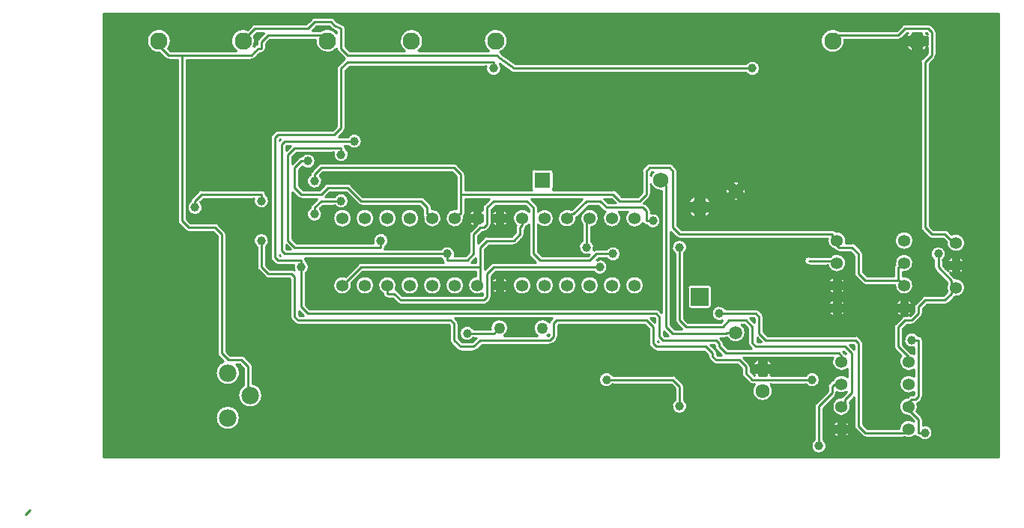
<source format=gbl>
G04 Generated by Ultiboard 13.0 *
%FSLAX25Y25*%
%MOIN*%

%ADD10C,0.00001*%
%ADD11C,0.01000*%
%ADD12C,0.05337*%
%ADD13C,0.05000*%
%ADD14R,0.07874X0.07874*%
%ADD15C,0.07874*%
%ADD16R,0.06900X0.06900*%
%ADD17C,0.06900*%
%ADD18C,0.05906*%
%ADD19C,0.06334*%
%ADD20C,0.07834*%
%ADD21C,0.03937*%
%ADD22C,0.07699*%


G04 ColorRGB 0000FF for the following layer *
%LNCopper Bottom*%
%LPD*%
G54D10*
G36*
X56507Y92498D02*
X56507Y92498D01*
X455068Y92498D01*
X455068Y290270D01*
X56507Y290270D01*
X56507Y92498D01*
D02*
G37*
%LPC*%
G36*
X128978Y186149D02*
X128978Y186149D01*
X128978Y177998D01*
X130754Y176222D01*
X140253Y176222D01*
G75*
D01*
G02X141008Y176076I3J-2009*
G01*
G74*
D01*
G02X141501Y175790I751J1863*
G01*
G75*
D01*
G02X141347Y178108I3184J1376*
G01*
X141347Y178108D01*
X134350Y178108D01*
G75*
D01*
G02X134291Y178109I5J2010*
G01*
G74*
D01*
G02X132929Y178697I59J2008*
G01*
X132929Y178697D01*
X131453Y180173D01*
G75*
D01*
G02X130864Y181600I1420J1421*
G01*
X130864Y181600D01*
X130864Y234740D01*
G75*
D01*
G02X131453Y236165I2010J3*
G01*
X131453Y236165D01*
X132929Y237642D01*
G75*
D01*
G02X134354Y238230I1421J-1422*
G01*
X134354Y238230D01*
X158616Y238230D01*
X160392Y240006D01*
X160392Y265744D01*
G75*
D01*
G02X160981Y267169I2010J3*
G01*
X160981Y267169D01*
X163933Y270122D01*
G74*
D01*
G02X163991Y270177I1411J1430*
G01*
G74*
D01*
G02X163933Y270232I1353J1485*
G01*
X163933Y270232D01*
X160981Y273185D01*
G74*
D01*
G02X160393Y274556I1420J1421*
G01*
G75*
D01*
G02X150973Y278502I-4095J3442*
G01*
X150973Y278502D01*
X130754Y278502D01*
X128978Y276727D01*
X128978Y274606D01*
G75*
D01*
G02X126969Y272597I-2009J0*
G01*
X126969Y272597D01*
X126325Y272597D01*
X125439Y271711D01*
G74*
D01*
G02X125434Y271707I1258J1567*
G01*
X125434Y271707D01*
X123963Y270235D01*
G74*
D01*
G02X123292Y269790I1424J1419*
G01*
G75*
D01*
G02X122536Y269644I-752J1864*
G01*
X122536Y269644D01*
X93545Y269644D01*
X93545Y198667D01*
X95321Y196892D01*
X106296Y196892D01*
G75*
D01*
G02X107034Y196753I4J-2010*
G01*
G74*
D01*
G02X107723Y196301I735J1871*
G01*
X107723Y196301D01*
X110671Y193353D01*
G74*
D01*
G02X111262Y191929I1419J1424*
G01*
X111262Y191929D01*
X111262Y139612D01*
X113037Y137836D01*
X118107Y137836D01*
G75*
D01*
G02X118845Y137697I4J-2009*
G01*
G74*
D01*
G02X119534Y137245I734J1870*
G01*
X119534Y137245D01*
X122482Y134297D01*
G74*
D01*
G02X123073Y132874I1418J1423*
G01*
X123073Y132874D01*
X123073Y125310D01*
G75*
D01*
G02X119053Y124545I-1072J-5310*
G01*
X119053Y124545D01*
X119053Y132042D01*
X117278Y133817D01*
X115844Y133817D01*
G75*
D01*
G02X110112Y135077I-3844J-3817*
G01*
X110112Y135077D01*
X107831Y137358D01*
G75*
D01*
G02X107242Y138785I1421J1422*
G01*
X107242Y138785D01*
X107242Y191097D01*
X105467Y192872D01*
X94488Y192872D01*
G75*
D01*
G02X94373Y192876I12J2010*
G01*
G74*
D01*
G02X93067Y193461I114J2006*
G01*
X93067Y193461D01*
X90114Y196414D01*
G75*
D01*
G02X89526Y197840I1421J1420*
G01*
X89526Y197840D01*
X89526Y269644D01*
X85630Y269644D01*
G75*
D01*
G02X85204Y269690I2J2010*
G01*
G74*
D01*
G02X84209Y270232I425J1964*
G01*
X84209Y270232D01*
X81773Y272668D01*
G75*
D01*
G02X85494Y274631I-434J5331*
G01*
X85494Y274631D01*
X86462Y273663D01*
X115687Y273663D01*
G75*
D01*
G02X120712Y283003I3129J4338*
G01*
X120712Y283003D01*
X122595Y284886D01*
G74*
D01*
G02X123901Y285471I1420J1421*
G01*
G75*
D01*
G02X124016Y285474I110J-2006*
G01*
X124016Y285474D01*
X146805Y285474D01*
X147981Y286650D01*
X149169Y287838D01*
G74*
D01*
G02X150476Y288424I1422J1421*
G01*
G75*
D01*
G02X150591Y288427I110J-2007*
G01*
X150591Y288427D01*
X157969Y288427D01*
G75*
D01*
G02X158725Y288281I4J-2010*
G01*
G74*
D01*
G02X159396Y287836I753J1864*
G01*
X159396Y287836D01*
X160639Y286593D01*
X163298Y285263D01*
G74*
D01*
G02X164411Y283465I895J1798*
G01*
X164411Y283465D01*
X164411Y275439D01*
X166187Y273663D01*
X190647Y273663D01*
G75*
D01*
G02X196912Y273663I3133J4337*
G01*
X196912Y273663D01*
X228128Y273663D01*
G75*
D01*
G02X233252Y273035I3132J4336*
G01*
X233252Y273035D01*
X234588Y271699D01*
X239843Y267758D01*
X342645Y267758D01*
G75*
D01*
G02X342645Y263738I2826J-2010*
G01*
X342645Y263738D01*
X239173Y263738D01*
X239173Y263738D01*
G75*
D01*
G02X237967Y264140I0J2010*
G01*
X237967Y264140D01*
X233139Y267761D01*
G75*
D01*
G02X226977Y266691I-2824J-2012*
G01*
X226977Y266691D01*
X166187Y266691D01*
X164411Y264916D01*
X164411Y239173D01*
G75*
D01*
G02X163820Y237750I-2009J0*
G01*
X163820Y237750D01*
X161348Y235277D01*
X165480Y235277D01*
G75*
D01*
G02X165480Y231258I2826J-2009*
G01*
X165480Y231258D01*
X164176Y231258D01*
G74*
D01*
G02X164411Y230315I1774J943*
G01*
X164411Y230315D01*
X164411Y230189D01*
G75*
D01*
G02X159064Y228305I-2010J-2826*
G01*
X159064Y228305D01*
X142565Y228305D01*
X140789Y226530D01*
X140789Y223356D01*
X143264Y225831D01*
G75*
D01*
G02X144688Y226419I1421J-1422*
G01*
X144688Y226419D01*
X144811Y226419D01*
G75*
D01*
G02X145130Y222013I2826J-2010*
G01*
X145130Y222013D01*
X143742Y220624D01*
X143742Y213431D01*
X145517Y211655D01*
X152711Y211655D01*
X155075Y214019D01*
G74*
D01*
G02X156381Y214605I1421J1420*
G01*
G75*
D01*
G02X156496Y214608I110J-2007*
G01*
X156496Y214608D01*
X165351Y214608D01*
G75*
D01*
G02X166051Y214484I5J-2010*
G01*
G74*
D01*
G02X166778Y214017I697J1885*
G01*
X166778Y214017D01*
X172092Y208703D01*
X197831Y208703D01*
G75*
D01*
G02X198569Y208564I4J-2010*
G01*
G74*
D01*
G02X199258Y208112I734J1870*
G01*
X199258Y208112D01*
X202206Y205164D01*
G74*
D01*
G02X202797Y203740I1419J1424*
G01*
X202797Y203740D01*
X202797Y203124D01*
G75*
D01*
G02X198954Y199964I202J-4162*
G01*
G75*
D01*
G02X198778Y200787I1833J822*
G01*
X198778Y200787D01*
X198778Y202908D01*
X197002Y204683D01*
X171260Y204683D01*
G75*
D01*
G02X171043Y204695I2J2010*
G01*
G74*
D01*
G02X169839Y205272I217J1997*
G01*
X169839Y205272D01*
X164522Y210589D01*
X157328Y210589D01*
X155442Y208703D01*
X159575Y208703D01*
G75*
D01*
G02X159575Y204683I2826J-2010*
G01*
X159575Y204683D01*
X154376Y204683D01*
X152987Y203295D01*
G75*
D01*
G02X148581Y203614I-2396J-2507*
G01*
X148581Y203614D01*
X148581Y203735D01*
G75*
D01*
G02X149169Y205161I2010J5*
G01*
X149169Y205161D01*
X151644Y207636D01*
X144685Y207636D01*
G75*
D01*
G02X144570Y207639I-5J2010*
G01*
G74*
D01*
G02X143264Y208225I116J2007*
G01*
X143264Y208225D01*
X140789Y210699D01*
X140789Y189809D01*
X142565Y188033D01*
X176780Y188033D01*
G75*
D01*
G02X182128Y186149I3338J942*
G01*
X182128Y186149D01*
X182128Y186024D01*
G75*
D01*
G02X181893Y185081I-2010J0*
G01*
X181893Y185081D01*
X206819Y185081D01*
G75*
D01*
G02X212983Y182128I2827J-2009*
G01*
X212983Y182128D01*
X217671Y182128D01*
X219447Y183903D01*
X219447Y191924D01*
G75*
D01*
G02X220036Y193350I2010J4*
G01*
X220036Y193350D01*
X222988Y196303D01*
G74*
D01*
G02X224295Y196888I1420J1421*
G01*
G75*
D01*
G02X224409Y196892I127J-2005*
G01*
X224409Y196892D01*
X224478Y196892D01*
X224478Y197482D01*
X225353Y197482D01*
X225353Y200439D01*
X224478Y200439D01*
X224478Y202858D01*
G74*
D01*
G02X225353Y202402I1475J3897*
G01*
X225353Y202402D01*
X225353Y203735D01*
G75*
D01*
G02X225941Y205161I2009J6*
G01*
X225941Y205161D01*
X228416Y207636D01*
X217561Y207636D01*
X217561Y200787D01*
G75*
D01*
G02X217128Y199541I-2010J0*
G01*
G75*
D01*
G02X213542Y203094I-4127J-580*
G01*
X213542Y203094D01*
X213542Y217671D01*
X211766Y219447D01*
X154376Y219447D01*
X152987Y218058D01*
G75*
D01*
G02X148581Y218378I-2397J-2505*
G01*
X148581Y218378D01*
X148581Y218499D01*
G75*
D01*
G02X149169Y219925I2010J5*
G01*
X149169Y219925D01*
X152122Y222878D01*
G74*
D01*
G02X153428Y223463I1420J1421*
G01*
G75*
D01*
G02X153543Y223466I110J-2006*
G01*
X153543Y223466D01*
X212595Y223466D01*
G75*
D01*
G02X213333Y223327I4J-2009*
G01*
G74*
D01*
G02X214022Y222875I734J1870*
G01*
X214022Y222875D01*
X216970Y219927D01*
G74*
D01*
G02X217561Y218504I1418J1423*
G01*
X217561Y218504D01*
X217561Y211655D01*
X247337Y211655D01*
G75*
D01*
G02X247043Y212550I1213J894*
G01*
X247043Y212550D01*
X247043Y219450D01*
G75*
D01*
G02X248550Y220957I1507J0*
G01*
X248550Y220957D01*
X255450Y220957D01*
G74*
D01*
G02X256957Y219450I0J1507*
G01*
X256957Y219450D01*
X256957Y212550D01*
G75*
D01*
G02X256663Y211655I-1507J-1*
G01*
X256663Y211655D01*
X283461Y211655D01*
G75*
D01*
G02X284199Y211516I4J-2009*
G01*
G74*
D01*
G02X284888Y211064I734J1869*
G01*
X284888Y211064D01*
X287250Y208703D01*
X294443Y208703D01*
X296219Y210478D01*
X296219Y219975D01*
G75*
D01*
G02X296807Y221401I2009J6*
G01*
X296807Y221401D01*
X298284Y222878D01*
G74*
D01*
G02X299646Y223465I1420J1421*
G01*
G75*
D01*
G02X299705Y223466I64J-2007*
G01*
X299705Y223466D01*
X308560Y223466D01*
G75*
D01*
G02X309315Y223320I3J-2009*
G01*
G74*
D01*
G02X309986Y222875I752J1863*
G01*
X309986Y222875D01*
X311458Y221404D01*
G74*
D01*
G02X312049Y219980I1419J1424*
G01*
X312049Y219980D01*
X312049Y195714D01*
X313825Y193939D01*
X380906Y193939D01*
G74*
D01*
G02X382513Y193135I1J2010*
G01*
G75*
D01*
G02X387094Y188033I527J-4135*
G01*
X387094Y188033D01*
X389761Y188033D01*
G75*
D01*
G02X390498Y187894I3J-2009*
G01*
G74*
D01*
G02X391187Y187442I734J1869*
G01*
X391187Y187442D01*
X394135Y184494D01*
G74*
D01*
G02X394726Y183071I1417J1423*
G01*
X394726Y183071D01*
X394726Y175045D01*
X396502Y173270D01*
X408423Y173270D01*
X408423Y177165D01*
G74*
D01*
G02X408837Y178387I2010J0*
G01*
G75*
D01*
G02X412443Y174864I4124J614*
G01*
X412443Y174864D01*
X412443Y173136D01*
G75*
D01*
G02X408800Y169250I518J-4136*
G01*
X408800Y169250D01*
X395669Y169250D01*
G75*
D01*
G02X395554Y169253I-5J2010*
G01*
G74*
D01*
G02X394248Y169839I116J2007*
G01*
X394248Y169839D01*
X391295Y172792D01*
G75*
D01*
G02X390707Y174218I1422J1421*
G01*
X390707Y174218D01*
X390707Y182238D01*
X388974Y183971D01*
X388974Y183971D01*
X388931Y184014D01*
X383858Y184014D01*
G75*
D01*
G02X383600Y184031I3J2010*
G01*
G74*
D01*
G02X382437Y184603I258J1992*
G01*
X382437Y184603D01*
X382101Y184938D01*
G75*
D01*
G02X378974Y189919I938J4061*
G01*
X378974Y189919D01*
X312992Y189919D01*
G75*
D01*
G02X312877Y189923I12J2010*
G01*
G74*
D01*
G02X311571Y190508I114J2006*
G01*
X311571Y190508D01*
X309096Y192983D01*
X309096Y151423D01*
X310872Y149647D01*
X314046Y149647D01*
X311571Y152122D01*
G75*
D01*
G02X310982Y153548I1420J1421*
G01*
X310982Y153548D01*
X310982Y183197D01*
G75*
D01*
G02X315002Y183197I2010J2826*
G01*
X315002Y183197D01*
X315002Y154376D01*
X316777Y152600D01*
X331353Y152600D01*
X332050Y153297D01*
G75*
D01*
G02X333536Y158506I-1340J3199*
G01*
X333536Y158506D01*
X346946Y158506D01*
G75*
D01*
G02X347701Y158360I3J-2010*
G01*
G74*
D01*
G02X348372Y157915I752J1863*
G01*
X348372Y157915D01*
X349844Y156443D01*
G74*
D01*
G02X350435Y155020I1418J1423*
G01*
X350435Y155020D01*
X350435Y148470D01*
X352210Y146695D01*
X391237Y146695D01*
G75*
D01*
G02X391992Y146549I3J-2010*
G01*
G74*
D01*
G02X392664Y146104I751J1863*
G01*
X392664Y146104D01*
X394135Y144632D01*
G74*
D01*
G02X394726Y143209I1417J1423*
G01*
X394726Y143209D01*
X394726Y107132D01*
X396502Y105356D01*
X410807Y105356D01*
G75*
D01*
G02X417160Y108541I4154J-357*
G01*
X417160Y108541D01*
X414869Y110833D01*
G75*
D01*
G02X414533Y119146I92J4167*
G01*
X414533Y119146D01*
X414918Y119531D01*
G74*
D01*
G02X415928Y120077I1421J1421*
G01*
G75*
D01*
G02X416339Y120120I413J-1966*
G01*
X416339Y120120D01*
X416983Y120120D01*
X417282Y120419D01*
X417282Y121537D01*
G75*
D01*
G02X417282Y128463I-2319J3463*
G01*
X417282Y128463D01*
X417282Y131537D01*
G75*
D01*
G02X411712Y137612I-2325J3459*
G01*
X411712Y137612D01*
X409012Y140311D01*
G75*
D01*
G02X408423Y141735I1420J1421*
G01*
X408423Y141735D01*
X408423Y150585D01*
G75*
D01*
G02X409012Y152012I2010J5*
G01*
X409012Y152012D01*
X411965Y154964D01*
G74*
D01*
G02X413271Y155550I1421J1420*
G01*
G75*
D01*
G02X413386Y155553I110J-2007*
G01*
X413386Y155553D01*
X414439Y155553D01*
X414439Y157522D01*
X416858Y157522D01*
G74*
D01*
G02X415305Y155553I3897J1476*
G01*
X415305Y155553D01*
X415506Y155553D01*
X417282Y157329D01*
X417282Y159444D01*
G75*
D01*
G02X417870Y160870I2009J6*
G01*
X417870Y160870D01*
X420823Y163823D01*
G74*
D01*
G02X422129Y164408I1420J1421*
G01*
G75*
D01*
G02X422244Y164411I110J-2006*
G01*
X422244Y164411D01*
X430270Y164411D01*
X432050Y166191D01*
G74*
D01*
G02X432101Y166525I2004J135*
G01*
G75*
D01*
G02X432101Y169475I3898J1475*
G01*
G75*
D01*
G02X432045Y169949I1953J471*
G01*
X432045Y169949D01*
X432045Y170427D01*
X431445Y171027D01*
X426729Y175744D01*
G75*
D01*
G02X426140Y177170I1420J1421*
G01*
X426140Y177170D01*
X426140Y180244D01*
G75*
D01*
G02X430159Y180244I2010J2826*
G01*
X430159Y180244D01*
X430159Y177998D01*
X431446Y176712D01*
X432687Y175470D01*
G74*
D01*
G02X432102Y176522I3312J2530*
G01*
X432102Y176522D01*
X434522Y176522D01*
X434522Y174102D01*
G74*
D01*
G02X433470Y174687I1478J3897*
G01*
X433470Y174687D01*
X435474Y172683D01*
G74*
D01*
G02X435849Y172166I1418J1423*
G01*
G75*
D01*
G02X435416Y163873I146J-4165*
G01*
X435416Y163873D01*
X432526Y160983D01*
G74*
D01*
G02X431837Y160531I1424J1419*
G01*
G75*
D01*
G02X431099Y160392I-734J1871*
G01*
X431099Y160392D01*
X423077Y160392D01*
X421301Y158616D01*
X421301Y156496D01*
G75*
D01*
G02X420710Y155073I-2010J1*
G01*
X420710Y155073D01*
X417762Y152125D01*
G74*
D01*
G02X417073Y151673I1423J1417*
G01*
G75*
D01*
G02X416335Y151534I-734J1869*
G01*
X416335Y151534D01*
X414218Y151534D01*
X412443Y149758D01*
X412443Y142565D01*
X415961Y139047D01*
G74*
D01*
G02X417282Y138463I999J4046*
G01*
X417282Y138463D01*
X417282Y141347D01*
G75*
D01*
G02X419166Y146695I-942J3338*
G01*
X419166Y146695D01*
X419291Y146695D01*
G74*
D01*
G02X421301Y144685I0J2010*
G01*
X421301Y144685D01*
X421301Y119587D01*
G75*
D01*
G02X420710Y118163I-2010J0*
G01*
X420710Y118163D01*
X419238Y116692D01*
G74*
D01*
G02X418884Y116408I1425J1414*
G01*
G75*
D01*
G02X418533Y112852I-3923J-1408*
G01*
X418533Y112852D01*
X420710Y110675D01*
G74*
D01*
G02X421301Y109252I1418J1423*
G01*
X421301Y109252D01*
X421301Y106684D01*
G75*
D01*
G02X419417Y101337I942J-3337*
G01*
X419417Y101337D01*
X419291Y101337D01*
G75*
D01*
G02X417825Y101972I0J2009*
G01*
G75*
D01*
G02X412971Y101337I-2864J3026*
G01*
X412971Y101337D01*
X395669Y101337D01*
G75*
D01*
G02X395554Y101340I-5J2009*
G01*
G74*
D01*
G02X394248Y101925I114J2006*
G01*
X394248Y101925D01*
X391295Y104878D01*
G75*
D01*
G02X390707Y106304I1422J1421*
G01*
X390707Y106304D01*
X390707Y119164D01*
X388821Y117278D01*
X388821Y116772D01*
G75*
D01*
G02X388821Y116755I-2010J-8*
G01*
G75*
D01*
G02X385102Y119168I-3781J-1756*
G01*
G74*
D01*
G02X385390Y119531I1707J1059*
G01*
X385390Y119531D01*
X387478Y121619D01*
G75*
D01*
G02X382915Y121413I-2439J3380*
G01*
X382915Y121413D01*
X382915Y121063D01*
G75*
D01*
G02X382324Y119640I-2009J0*
G01*
X382324Y119640D01*
X377010Y114325D01*
X377010Y100268D01*
G75*
D01*
G02X372990Y100268I-2010J-2826*
G01*
X372990Y100268D01*
X372990Y115152D01*
G75*
D01*
G02X373579Y116579I2010J5*
G01*
X373579Y116579D01*
X378896Y121895D01*
X378896Y124011D01*
G75*
D01*
G02X379484Y125437I2010J5*
G01*
X379484Y125437D01*
X380469Y126421D01*
G74*
D01*
G02X381261Y126909I1421J1420*
G01*
G74*
D01*
G02X381347Y126935I624J1910*
G01*
G75*
D01*
G02X387754Y128163I3692J-1934*
G01*
X387754Y128163D01*
X387754Y131837D01*
G75*
D01*
G02X381265Y136770I-2716J3161*
G01*
X381265Y136770D01*
X341466Y136770D01*
X343938Y134297D01*
G74*
D01*
G02X344529Y132874I1417J1423*
G01*
X344529Y132874D01*
X344529Y130754D01*
X346305Y128978D01*
X346443Y128978D01*
G74*
D01*
G02X345636Y130345I3557J3021*
G01*
X345636Y130345D01*
X348345Y130345D01*
X348345Y128978D01*
X351655Y128978D01*
X351655Y130345D01*
X354364Y130345D01*
G74*
D01*
G02X353557Y128978I4364J1654*
G01*
X353557Y128978D01*
X369220Y128978D01*
G75*
D01*
G02X369220Y124959I2826J-2009*
G01*
X369220Y124959D01*
X353609Y124959D01*
G75*
D01*
G02X346391Y124959I-3609J-2957*
G01*
X346391Y124959D01*
X345472Y124959D01*
G75*
D01*
G02X345358Y124962I-4J2010*
G01*
G74*
D01*
G02X344051Y125547I114J2007*
G01*
X344051Y125547D01*
X341099Y128500D01*
G75*
D01*
G02X340510Y129926I1420J1421*
G01*
X340510Y129926D01*
X340510Y132042D01*
X338734Y133817D01*
X329232Y133817D01*
G75*
D01*
G02X329173Y133818I5J2010*
G01*
G74*
D01*
G02X327811Y134406I59J2008*
G01*
X327811Y134406D01*
X326335Y135882D01*
G75*
D01*
G02X325746Y137308I1420J1421*
G01*
X325746Y137308D01*
X325746Y137947D01*
X323971Y139723D01*
X302657Y139723D01*
G75*
D01*
G02X302598Y139723I-29J2009*
G01*
G74*
D01*
G02X301236Y140311I59J2008*
G01*
X301236Y140311D01*
X299760Y141788D01*
G75*
D01*
G02X299171Y143214I1420J1421*
G01*
X299171Y143214D01*
X299171Y149758D01*
X297396Y151534D01*
X259199Y151534D01*
X258899Y151234D01*
X258899Y146161D01*
G75*
D01*
G02X258308Y144738I-2009J0*
G01*
X258308Y144738D01*
X256837Y143266D01*
G74*
D01*
G02X256166Y142821I1424J1419*
G01*
G75*
D01*
G02X255410Y142675I-752J1864*
G01*
X255410Y142675D01*
X225242Y142675D01*
X222880Y140314D01*
G74*
D01*
G02X222191Y139862I1423J1417*
G01*
G75*
D01*
G02X221453Y139723I-734J1869*
G01*
X221453Y139723D01*
X215551Y139723D01*
G75*
D01*
G02X215436Y139726I-5J2009*
G01*
G74*
D01*
G02X214130Y140311I114J2006*
G01*
X214130Y140311D01*
X211177Y143264D01*
G75*
D01*
G02X210589Y144690I1421J1420*
G01*
X210589Y144690D01*
X210589Y151234D01*
X210290Y151534D01*
X143209Y151534D01*
G75*
D01*
G02X143149Y151535I3J2009*
G01*
G74*
D01*
G02X141788Y152122I59J2007*
G01*
X141788Y152122D01*
X140311Y153599D01*
G75*
D01*
G02X139723Y155025I1421J1420*
G01*
X139723Y155025D01*
X139723Y171904D01*
X139423Y172203D01*
X129921Y172203D01*
G75*
D01*
G02X129806Y172206I-5J2010*
G01*
G74*
D01*
G02X128500Y172792I116J2007*
G01*
X128500Y172792D01*
X125547Y175744D01*
G75*
D01*
G02X124959Y177170I1421J1420*
G01*
X124959Y177170D01*
X124959Y186149D01*
G75*
D01*
G02X128978Y186149I2010J2826*
G01*
D02*
G37*
G36*
X431102Y193939D02*
G74*
D01*
G02X432526Y193348I0J2010*
G01*
X432526Y193348D01*
X434142Y191732D01*
G75*
D01*
G02X431846Y188344I1858J-3731*
G01*
X431846Y188344D01*
X431447Y188743D01*
X431446Y188744D01*
X430270Y189919D01*
X425200Y189919D01*
G75*
D01*
G02X423776Y190508I-2J2010*
G01*
X423776Y190508D01*
X420823Y193461D01*
G75*
D01*
G02X420234Y194886I1420J1421*
G01*
X420234Y194886D01*
X420234Y268696D01*
G75*
D01*
G02X420823Y270122I2010J4*
G01*
X420823Y270122D01*
X423187Y272486D01*
X423187Y275148D01*
G74*
D01*
G02X420558Y272998I4526J2851*
G01*
X420558Y272998D01*
X420558Y275486D01*
G75*
D01*
G02X416764Y275486I-1897J2513*
G01*
X416764Y275486D01*
X416764Y272998D01*
G74*
D01*
G02X413659Y276103I1897J5002*
G01*
X413659Y276103D01*
X416147Y276103D01*
G75*
D01*
G02X416147Y279897I2513J1897*
G01*
X416147Y279897D01*
X413659Y279897D01*
G74*
D01*
G02X414577Y281455I5001J1897*
G01*
X414577Y281455D01*
X414218Y281455D01*
X411856Y279093D01*
G74*
D01*
G02X410433Y278502I1423J1418*
G01*
X410433Y278502D01*
X386507Y278502D01*
G75*
D01*
G02X384040Y282521I-5325J-502*
G01*
X384040Y282521D01*
X409601Y282521D01*
X411965Y284886D01*
G75*
D01*
G02X413389Y285474I1420J-1421*
G01*
X413389Y285474D01*
X423720Y285474D01*
G74*
D01*
G02X425144Y284883I1J2009*
G01*
X425144Y284883D01*
X426616Y283412D01*
G74*
D01*
G02X427207Y281988I1419J1424*
G01*
X427207Y281988D01*
X427207Y271654D01*
G75*
D01*
G02X426616Y270230I-2010J0*
G01*
X426616Y270230D01*
X424254Y267868D01*
X424254Y195714D01*
X426029Y193939D01*
X431102Y193939D01*
D02*
G37*
G36*
X311550Y278459D02*
G75*
D01*
G02X311550Y278459I-5330J-459*
G01*
D02*
G37*
G36*
X274070Y278459D02*
G75*
D01*
G02X274070Y278459I-5330J-459*
G01*
D02*
G37*
G36*
X349031Y278459D02*
G75*
D01*
G02X349031Y278459I-5330J-459*
G01*
D02*
G37*
G36*
X336957Y212424D02*
G75*
D01*
G02X336957Y212424I1043J-1432*
G01*
D02*
G37*
G36*
X339827Y215053D02*
X339827Y215053D01*
X338000Y213225D01*
X336173Y215053D01*
G75*
D01*
G02X339827Y215053I1827J-4061*
G01*
D02*
G37*
G36*
X339827Y206932D02*
G75*
D01*
G02X336173Y206932I-1827J4060*
G01*
X336173Y206932D01*
X338000Y208759D01*
X339827Y206932D01*
D02*
G37*
G36*
X318063Y158556D02*
G75*
D01*
G02X316556Y160063I0J1507*
G01*
X316556Y160063D01*
X316556Y167937D01*
G75*
D01*
G02X318063Y169444I1507J0*
G01*
X318063Y169444D01*
X325937Y169444D01*
G74*
D01*
G02X327444Y167937I0J1507*
G01*
X327444Y167937D01*
X327444Y160063D01*
G75*
D01*
G02X325937Y158556I-1507J0*
G01*
X325937Y158556D01*
X318063Y158556D01*
D02*
G37*
G36*
X432102Y179478D02*
G74*
D01*
G02X434522Y181898I3897J1477*
G01*
X434522Y181898D01*
X434522Y179478D01*
X432102Y179478D01*
D02*
G37*
G36*
X437478Y181898D02*
G74*
D01*
G02X439898Y179478I1477J3897*
G01*
X439898Y179478D01*
X437478Y179478D01*
X437478Y181898D01*
D02*
G37*
G36*
X439898Y176522D02*
G74*
D01*
G02X437478Y174102I3897J1477*
G01*
X437478Y174102D01*
X437478Y176522D01*
X439898Y176522D01*
D02*
G37*
G36*
X434031Y178000D02*
G75*
D01*
G02X434031Y178000I1969J0*
G01*
D02*
G37*
G36*
X221522Y195063D02*
G74*
D01*
G02X219102Y197482I1477J3898*
G01*
X219102Y197482D01*
X221522Y197482D01*
X221522Y195063D01*
D02*
G37*
G36*
X221031Y198961D02*
G75*
D01*
G02X221031Y198961I1969J0*
G01*
D02*
G37*
G36*
X188831Y198961D02*
G75*
D01*
G02X188831Y198961I4169J0*
G01*
D02*
G37*
G36*
X219102Y200439D02*
G74*
D01*
G02X221522Y202858I3897J1479*
G01*
X221522Y202858D01*
X221522Y200439D01*
X219102Y200439D01*
D02*
G37*
G36*
X178831Y198961D02*
G75*
D01*
G02X178831Y198961I4169J0*
G01*
D02*
G37*
G36*
X168831Y198961D02*
G75*
D01*
G02X168831Y198961I4169J0*
G01*
D02*
G37*
G36*
X158831Y198961D02*
G75*
D01*
G02X158831Y198961I4169J0*
G01*
D02*
G37*
G36*
X128978Y209520D02*
G75*
D01*
G02X123631Y207636I-2010J-2826*
G01*
X123631Y207636D01*
X101226Y207636D01*
X99838Y206247D01*
G75*
D01*
G02X95431Y206567I-2397J-2506*
G01*
X95431Y206567D01*
X95431Y206688D01*
G75*
D01*
G02X96020Y208114I2010J4*
G01*
X96020Y208114D01*
X98973Y211067D01*
G74*
D01*
G02X100279Y211652I1420J1421*
G01*
G75*
D01*
G02X100394Y211655I110J-2006*
G01*
X100394Y211655D01*
X126969Y211655D01*
G74*
D01*
G02X128978Y209646I0J2009*
G01*
X128978Y209646D01*
X128978Y209520D01*
D02*
G37*
G36*
X283339Y124959D02*
G75*
D01*
G02X283339Y128978I-2826J2010*
G01*
X283339Y128978D01*
X310036Y128978D01*
G75*
D01*
G02X310774Y128839I4J-2009*
G01*
G74*
D01*
G02X311463Y128387I734J1870*
G01*
X311463Y128387D01*
X314411Y125439D01*
G74*
D01*
G02X315002Y124016I1418J1423*
G01*
X315002Y124016D01*
X315002Y117984D01*
G75*
D01*
G02X310982Y117984I-2010J-2826*
G01*
X310982Y117984D01*
X310982Y123183D01*
X309207Y124959D01*
X283339Y124959D01*
D02*
G37*
G36*
X348250Y132000D02*
G75*
D01*
G02X348250Y132000I1750J0*
G01*
D02*
G37*
G36*
X345636Y133655D02*
G74*
D01*
G02X348345Y136364I4364J1655*
G01*
X348345Y136364D01*
X348345Y133655D01*
X345636Y133655D01*
D02*
G37*
G36*
X351655Y136364D02*
G74*
D01*
G02X354364Y133655I1655J4364*
G01*
X354364Y133655D01*
X351655Y133655D01*
X351655Y136364D01*
D02*
G37*
G36*
X388937Y103522D02*
G74*
D01*
G02X386518Y101102I3898J1477*
G01*
X386518Y101102D01*
X386518Y103522D01*
X388937Y103522D01*
D02*
G37*
G36*
X381142Y106478D02*
G74*
D01*
G02X383561Y108898I3897J1476*
G01*
X383561Y108898D01*
X383561Y106478D01*
X381142Y106478D01*
D02*
G37*
G36*
X383561Y101102D02*
G74*
D01*
G02X381142Y103522I1479J3897*
G01*
X381142Y103522D01*
X383561Y103522D01*
X383561Y101102D01*
D02*
G37*
G36*
X383071Y105000D02*
G75*
D01*
G02X383071Y105000I1968J0*
G01*
D02*
G37*
G36*
X386518Y108898D02*
G74*
D01*
G02X388937Y106478I1479J3898*
G01*
X388937Y106478D01*
X386518Y106478D01*
X386518Y108898D01*
D02*
G37*
G36*
X333940Y212820D02*
X333940Y212820D01*
X335767Y210992D01*
X333940Y209165D01*
G75*
D01*
G02X333940Y212820I4060J1828*
G01*
D02*
G37*
G36*
X316916Y205928D02*
G74*
D01*
G02X320072Y209084I5084J1928*
G01*
X320072Y209084D01*
X320072Y205928D01*
X316916Y205928D01*
D02*
G37*
G36*
X327084Y202072D02*
G74*
D01*
G02X323928Y198916I5084J1928*
G01*
X323928Y198916D01*
X323928Y202072D01*
X327084Y202072D01*
D02*
G37*
G36*
X320072Y198916D02*
G74*
D01*
G02X316916Y202072I1928J5084*
G01*
X316916Y202072D01*
X320072Y202072D01*
X320072Y198916D01*
D02*
G37*
G36*
X319638Y204000D02*
G75*
D01*
G02X319638Y204000I2362J0*
G01*
D02*
G37*
G36*
X323928Y209084D02*
G74*
D01*
G02X327084Y205928I1928J5084*
G01*
X327084Y205928D01*
X323928Y205928D01*
X323928Y209084D01*
D02*
G37*
G36*
X378995Y177992D02*
X378995Y177992D01*
X370557Y177992D01*
G75*
D01*
G02X370557Y182011I0J2009*
G01*
X370557Y182011D01*
X380157Y182011D01*
G75*
D01*
G02X378995Y177992I2881J-3010*
G01*
D02*
G37*
G36*
X379142Y170478D02*
G74*
D01*
G02X381561Y172898I3897J1476*
G01*
X381561Y172898D01*
X381561Y170478D01*
X379142Y170478D01*
D02*
G37*
G36*
X386937Y167522D02*
G74*
D01*
G02X384518Y165102I3898J1477*
G01*
X384518Y165102D01*
X384518Y167522D01*
X386937Y167522D01*
D02*
G37*
G36*
X381561Y165102D02*
G74*
D01*
G02X379142Y167522I1479J3897*
G01*
X379142Y167522D01*
X381561Y167522D01*
X381561Y165102D01*
D02*
G37*
G36*
X384518Y172898D02*
G74*
D01*
G02X386937Y170478I1479J3898*
G01*
X386937Y170478D01*
X384518Y170478D01*
X384518Y172898D01*
D02*
G37*
G36*
X381071Y169000D02*
G75*
D01*
G02X381071Y169000I1968J0*
G01*
D02*
G37*
G36*
X414439Y162898D02*
G74*
D01*
G02X416858Y160478I1479J3897*
G01*
X416858Y160478D01*
X414439Y160478D01*
X414439Y162898D01*
D02*
G37*
G36*
X409063Y160478D02*
G74*
D01*
G02X411482Y162898I3898J1477*
G01*
X411482Y162898D01*
X411482Y160478D01*
X409063Y160478D01*
D02*
G37*
G36*
X411482Y155102D02*
G74*
D01*
G02X409063Y157522I1479J3898*
G01*
X409063Y157522D01*
X411482Y157522D01*
X411482Y155102D01*
D02*
G37*
G36*
X410992Y159000D02*
G75*
D01*
G02X410992Y159000I1969J0*
G01*
D02*
G37*
G36*
X384518Y162898D02*
G74*
D01*
G02X386937Y160478I1479J3898*
G01*
X386937Y160478D01*
X384518Y160478D01*
X384518Y162898D01*
D02*
G37*
G36*
X386937Y157522D02*
G74*
D01*
G02X384518Y155102I3898J1477*
G01*
X384518Y155102D01*
X384518Y157522D01*
X386937Y157522D01*
D02*
G37*
G36*
X381561Y155102D02*
G74*
D01*
G02X379142Y157522I1479J3897*
G01*
X379142Y157522D01*
X381561Y157522D01*
X381561Y155102D01*
D02*
G37*
G36*
X381071Y159000D02*
G75*
D01*
G02X381071Y159000I1968J0*
G01*
D02*
G37*
G36*
X379142Y160478D02*
G74*
D01*
G02X381561Y162898I3897J1476*
G01*
X381561Y162898D01*
X381561Y160478D01*
X379142Y160478D01*
D02*
G37*
G36*
X106583Y110000D02*
G75*
D01*
G02X106583Y110000I5417J0*
G01*
D02*
G37*
G36*
X408792Y189000D02*
G75*
D01*
G02X408792Y189000I4169J0*
G01*
D02*
G37*
G36*
X342060Y212820D02*
G75*
D01*
G02X342060Y209165I-4060J-1827*
G01*
X342060Y209165D01*
X340233Y210992D01*
X342060Y212820D01*
D02*
G37*
%LPD*%
G36*
X269644Y188851D02*
X269644Y188851D01*
X269644Y196488D01*
G75*
D01*
G02X273663Y194845I3356J2472*
G01*
X273663Y194845D01*
X273663Y188851D01*
G75*
D01*
G02X274838Y184649I-2009J-2827*
G01*
G74*
D01*
G02X275968Y185077I1244J1579*
G01*
G75*
D01*
G02X276083Y185081I127J-2005*
G01*
X276083Y185081D01*
X280638Y185081D01*
G75*
D01*
G02X280638Y181061I2826J-2010*
G01*
X280638Y181061D01*
X276915Y181061D01*
X276218Y180364D01*
G75*
D01*
G02X274732Y175156I1340J-3198*
G01*
X274732Y175156D01*
X231147Y175156D01*
X229372Y173380D01*
X229372Y171092D01*
G74*
D01*
G02X231522Y172937I3628J2052*
G01*
X231522Y172937D01*
X231522Y170518D01*
X229372Y170518D01*
X229372Y167561D01*
X231522Y167561D01*
X231522Y165142D01*
G74*
D01*
G02X229372Y166987I1477J3896*
G01*
X229372Y166987D01*
X229372Y163878D01*
G75*
D01*
G02X228781Y162455I-2010J1*
G01*
X228781Y162455D01*
X227309Y160983D01*
G74*
D01*
G02X226638Y160538I1423J1418*
G01*
G75*
D01*
G02X225883Y160392I-752J1863*
G01*
X225883Y160392D01*
X188976Y160392D01*
G75*
D01*
G02X188861Y160395I-5J2010*
G01*
G74*
D01*
G02X187555Y160981I116J2007*
G01*
X187555Y160981D01*
X185191Y163345D01*
X183071Y163345D01*
G75*
D01*
G02X182333Y163485I-1J2009*
G01*
G74*
D01*
G02X181650Y163933I737J1869*
G01*
X181650Y163933D01*
X181579Y164004D01*
G74*
D01*
G02X180991Y165387I1421J1421*
G01*
G75*
D01*
G02X186754Y167227I2009J3652*
G01*
X186758Y167225D01*
G74*
D01*
G02X187447Y166773I734J1870*
G01*
X187447Y166773D01*
X189809Y164411D01*
X225053Y164411D01*
X225353Y164710D01*
X225353Y165598D01*
G75*
D01*
G02X222400Y173164I-2351J3442*
G01*
X222400Y173164D01*
X222400Y175156D01*
X172092Y175156D01*
X167032Y170096D01*
G75*
D01*
G02X164246Y173017I-4032J-1056*
G01*
G74*
D01*
G02X164297Y173045I992J1746*
G01*
X164297Y173045D01*
X169839Y178586D01*
G74*
D01*
G02X171043Y179163I1421J1420*
G01*
G75*
D01*
G02X171260Y179175I219J-1997*
G01*
X171260Y179175D01*
X207871Y179175D01*
G75*
D01*
G02X207636Y180118I1774J943*
G01*
X207636Y180118D01*
X207636Y180244D01*
G74*
D01*
G02X206819Y181061I2009J2826*
G01*
X206819Y181061D01*
X146460Y181061D01*
G74*
D01*
G02X146695Y180118I1774J943*
G01*
X146695Y180118D01*
X146695Y179992D01*
G75*
D01*
G02X146695Y174338I-2009J-2827*
G01*
X146695Y174338D01*
X146695Y160281D01*
X147981Y158995D01*
X148470Y158506D01*
X302654Y158506D01*
G75*
D01*
G02X303410Y158360I4J-2010*
G01*
G74*
D01*
G02X304081Y157915I753J1864*
G01*
X304081Y157915D01*
X305077Y156919D01*
X305077Y211060D01*
G75*
D01*
G02X300238Y213977I-321J4940*
G01*
X300238Y213977D01*
X300238Y209646D01*
G75*
D01*
G02X299647Y208222I-2010J0*
G01*
X299647Y208222D01*
X297137Y205713D01*
G74*
D01*
G02X297504Y205604I386J1973*
G01*
G74*
D01*
G02X298175Y205159I752J1863*
G01*
X298175Y205159D01*
X299647Y203687D01*
G74*
D01*
G02X300238Y202264I1418J1423*
G01*
X300238Y202264D01*
X300238Y201172D01*
G75*
D01*
G02X298354Y195825I941J-3337*
G01*
X298354Y195825D01*
X298228Y195825D01*
G75*
D01*
G02X296535Y196752I0J2010*
G01*
G75*
D01*
G02X289885Y201730I-3534J2210*
G01*
X289885Y201730D01*
X286115Y201730D01*
G75*
D01*
G02X279956Y201809I-3116J-2767*
G01*
G74*
D01*
G02X279091Y202319I555J1931*
G01*
X279091Y202319D01*
X276727Y204683D01*
X272486Y204683D01*
X267171Y199369D01*
G74*
D01*
G02X267150Y199348I1430J1409*
G01*
G75*
D01*
G02X264649Y202789I-4150J-387*
G01*
G75*
D01*
G02X264827Y202797I179J-2001*
G01*
X264827Y202797D01*
X264916Y202797D01*
X269755Y207636D01*
X246978Y207636D01*
X249450Y205164D01*
G74*
D01*
G02X250041Y203740I1419J1424*
G01*
X250041Y203740D01*
X250041Y201897D01*
G75*
D01*
G02X250041Y196024I2958J-2936*
G01*
X250041Y196024D01*
X250041Y183903D01*
X251817Y182128D01*
X272297Y182128D01*
X272995Y182825D01*
G75*
D01*
G02X269644Y188851I-1347J3196*
G01*
D02*
G37*
%LPC*%
G36*
X242469Y173174D02*
G75*
D01*
G02X242469Y173174I531J-4135*
G01*
D02*
G37*
G36*
X288831Y169039D02*
G75*
D01*
G02X288831Y169039I4169J0*
G01*
D02*
G37*
G36*
X278831Y169039D02*
G75*
D01*
G02X278831Y169039I4169J0*
G01*
D02*
G37*
G36*
X268831Y169039D02*
G75*
D01*
G02X268831Y169039I4169J0*
G01*
D02*
G37*
G36*
X258831Y169039D02*
G75*
D01*
G02X258831Y169039I4169J0*
G01*
D02*
G37*
G36*
X248831Y169039D02*
G75*
D01*
G02X248831Y169039I4169J0*
G01*
D02*
G37*
G36*
X188831Y169039D02*
G75*
D01*
G02X188831Y169039I4169J0*
G01*
D02*
G37*
G36*
X231031Y169039D02*
G75*
D01*
G02X231031Y169039I1969J0*
G01*
D02*
G37*
G36*
X168831Y169039D02*
G75*
D01*
G02X168831Y169039I4169J0*
G01*
D02*
G37*
G36*
X236898Y167561D02*
G74*
D01*
G02X234478Y165142I3897J1479*
G01*
X234478Y165142D01*
X234478Y167561D01*
X236898Y167561D01*
D02*
G37*
G36*
X234478Y172937D02*
G74*
D01*
G02X236898Y170518I1477J3898*
G01*
X236898Y170518D01*
X234478Y170518D01*
X234478Y172937D01*
D02*
G37*
G36*
X208831Y169039D02*
G75*
D01*
G02X208831Y169039I4169J0*
G01*
D02*
G37*
G36*
X198831Y169039D02*
G75*
D01*
G02X198831Y169039I4169J0*
G01*
D02*
G37*
%LPD*%
G36*
X255469Y153488D02*
X255469Y153488D01*
X256467Y154486D01*
X213021Y154486D01*
X214017Y153490D01*
G74*
D01*
G02X214608Y152067I1418J1423*
G01*
X214608Y152067D01*
X214608Y145517D01*
X216384Y143742D01*
X220624Y143742D01*
X222510Y145628D01*
X221331Y145628D01*
G75*
D01*
G02X221331Y149647I-2826J2010*
G01*
X221331Y149647D01*
X228849Y149647D01*
G75*
D01*
G02X235086Y146695I3984J352*
G01*
X235086Y146695D01*
X249747Y146695D01*
G75*
D01*
G02X254974Y152675I2259J3300*
G01*
G74*
D01*
G02X255469Y153488I1915J609*
G01*
D02*
G37*
G36*
X246022Y183076D02*
X246022Y183076D01*
X246022Y196089D01*
G74*
D01*
G02X244952Y195277I3022J2872*
G01*
G74*
D01*
G02X244419Y194332I1951J478*
G01*
X244419Y194332D01*
X244136Y194049D01*
X244136Y191929D01*
G75*
D01*
G02X243545Y190506I-2010J1*
G01*
X243545Y190506D01*
X242469Y189430D01*
X240597Y187558D01*
G74*
D01*
G02X239908Y187106I1423J1418*
G01*
G75*
D01*
G02X239170Y186967I-734J1870*
G01*
X239170Y186967D01*
X228195Y186967D01*
X226419Y185191D01*
X226419Y176112D01*
X228894Y178586D01*
G74*
D01*
G02X230200Y179172I1421J1420*
G01*
G75*
D01*
G02X230315Y179175I110J-2007*
G01*
X230315Y179175D01*
X249085Y179175D01*
X246610Y181650D01*
G75*
D01*
G02X246022Y183076I1421J1420*
G01*
D02*
G37*
G36*
X246022Y201832D02*
X246022Y201832D01*
X246022Y202908D01*
X244246Y204683D01*
X231147Y204683D01*
X229372Y202908D01*
X229372Y201013D01*
G74*
D01*
G02X231522Y202858I3628J2052*
G01*
X231522Y202858D01*
X231522Y200439D01*
X229372Y200439D01*
X229372Y197482D01*
X231522Y197482D01*
X231522Y195063D01*
G74*
D01*
G02X229372Y196908I1478J3897*
G01*
X229372Y196908D01*
X229372Y196358D01*
G75*
D01*
G02X228781Y194935I-2010J1*
G01*
X228781Y194935D01*
X227309Y193463D01*
G74*
D01*
G02X226638Y193018I1423J1418*
G01*
G75*
D01*
G02X225883Y192872I-752J1863*
G01*
X225883Y192872D01*
X225242Y192872D01*
X223466Y191097D01*
X223466Y187923D01*
X225941Y190397D01*
G74*
D01*
G02X227247Y190983I1421J1420*
G01*
G75*
D01*
G02X227362Y190986I110J-2007*
G01*
X227362Y190986D01*
X238341Y190986D01*
X240116Y192762D01*
X240116Y194878D01*
G75*
D01*
G02X240322Y195767I2010J3*
G01*
G75*
D01*
G02X246022Y201832I2681J3191*
G01*
D02*
G37*
%LPC*%
G36*
X231031Y198961D02*
G75*
D01*
G02X231031Y198961I1969J0*
G01*
D02*
G37*
G36*
X236898Y197482D02*
G74*
D01*
G02X234478Y195063I3898J1479*
G01*
X234478Y195063D01*
X234478Y197482D01*
X236898Y197482D01*
D02*
G37*
G36*
X234478Y202858D02*
G74*
D01*
G02X236898Y200439I1476J3897*
G01*
X236898Y200439D01*
X234478Y200439D01*
X234478Y202858D01*
D02*
G37*
%LPD*%
G36*
X332718Y143209D02*
X332718Y143209D01*
X332718Y142565D01*
X334494Y140789D01*
X345050Y140789D01*
X344051Y141788D01*
G75*
D01*
G02X343463Y143214I1421J1420*
G01*
X343463Y143214D01*
X343463Y149758D01*
X341687Y151534D01*
X340709Y151534D01*
G75*
D01*
G02X334188Y145698I-2713J-3530*
G01*
G74*
D01*
G02X333883Y145640I527J1940*
G01*
G75*
D01*
G02X333660Y145628I-219J1998*
G01*
X333660Y145628D01*
X331131Y145628D01*
X332127Y144632D01*
G74*
D01*
G02X332718Y143209I1417J1423*
G01*
D02*
G37*
G36*
X153440Y282521D02*
G75*
D01*
G02X160392Y281445I2860J-4520*
G01*
X160392Y281445D01*
X160392Y282223D01*
X158550Y283143D01*
G74*
D01*
G02X158027Y283521I901J1797*
G01*
X158027Y283521D01*
X157140Y284408D01*
X151423Y284408D01*
X149537Y282521D01*
X153440Y282521D01*
D02*
G37*
G36*
X123663Y280270D02*
G75*
D01*
G02X123554Y275510I-4843J-2270*
G01*
X123554Y275510D01*
X124071Y276027D01*
G74*
D01*
G02X124959Y276544I1421J1420*
G01*
X124959Y276544D01*
X124959Y277554D01*
G75*
D01*
G02X125547Y278980I2009J6*
G01*
X125547Y278980D01*
X128022Y281455D01*
X124848Y281455D01*
X123663Y280270D01*
D02*
G37*
G36*
X329175Y140203D02*
X329175Y140203D01*
X326702Y142675D01*
X328400Y142675D01*
X328699Y142376D01*
X328699Y141737D01*
G75*
D01*
G03X329288Y140311I2010J-4*
G01*
X329288Y140311D01*
X331762Y137836D01*
X330065Y137836D01*
X329766Y138136D01*
X329766Y138780D01*
G74*
D01*
G03X329175Y140203I2010J1*
G01*
D02*
G37*
G36*
X279458Y207636D02*
X279458Y207636D01*
X282632Y207636D01*
X284518Y205750D01*
X281344Y205750D01*
X279458Y207636D01*
D02*
G37*
G36*
X421176Y279897D02*
X421176Y279897D01*
X423187Y279897D01*
X423187Y276103D01*
X421176Y276103D01*
G75*
D01*
G03X421176Y279897I-2515J1897*
G01*
D02*
G37*
G36*
X390707Y142376D02*
X390707Y142376D01*
X390408Y142675D01*
X388710Y142675D01*
X390707Y140679D01*
X390707Y142376D01*
D02*
G37*
G36*
X302124Y154187D02*
X302124Y154187D01*
X302124Y152490D01*
X300127Y154486D01*
X301825Y154486D01*
X302124Y154187D01*
D02*
G37*
G36*
X344419Y154486D02*
X344419Y154486D01*
X346416Y152490D01*
X346416Y154187D01*
X346116Y154486D01*
X344419Y154486D01*
D02*
G37*
G36*
X222400Y179175D02*
X222400Y179175D01*
X222400Y181172D01*
X220403Y179175D01*
X222400Y179175D01*
D02*
G37*
G36*
X144041Y155553D02*
X144041Y155553D01*
X143742Y155852D01*
X143742Y157550D01*
X145739Y155553D01*
X144041Y155553D01*
D02*
G37*
G36*
X137836Y187077D02*
X137836Y187077D01*
X139833Y185081D01*
X138136Y185081D01*
X137836Y185380D01*
X137836Y187077D01*
D02*
G37*
G36*
X138136Y231258D02*
X138136Y231258D01*
X139833Y231258D01*
X137836Y229261D01*
X137836Y230959D01*
X138136Y231258D01*
D02*
G37*
G36*
X306443Y146695D02*
X306443Y146695D01*
X306144Y146994D01*
X306144Y148692D01*
X308140Y146695D01*
X306443Y146695D01*
D02*
G37*
G36*
X347781Y143742D02*
X347781Y143742D01*
X349479Y143742D01*
X347482Y145739D01*
X347482Y144041D01*
X347781Y143742D01*
D02*
G37*
G36*
X420558Y280514D02*
G75*
D01*
G03X416764Y280514I-1897J-2513*
G01*
X416764Y280514D01*
X416764Y281455D01*
X420558Y281455D01*
X420558Y280514D01*
D02*
G37*
G36*
X386599Y138866D02*
G74*
D01*
G02X387049Y138652I1562J3864*
G01*
X387049Y138652D01*
X385979Y139723D01*
X385757Y139723D01*
X386458Y139022D01*
G74*
D01*
G02X386599Y138866I1419J1424*
G01*
D02*
G37*
G36*
X300238Y218023D02*
X300238Y218023D01*
X300238Y219148D01*
X300537Y219447D01*
X301203Y219447D01*
G74*
D01*
G03X300238Y218023I3553J3447*
G01*
D02*
G37*
G36*
X254880Y147224D02*
X254880Y147224D01*
X254880Y146994D01*
X254581Y146695D01*
X254253Y146695D01*
G74*
D01*
G03X254880Y147224I2252J3305*
G01*
D02*
G37*
G36*
X303191Y144262D02*
X303191Y144262D01*
X303711Y143742D01*
X303490Y143742D01*
X303191Y144041D01*
X303191Y144262D01*
D02*
G37*
G36*
X135183Y182128D02*
X135183Y182128D01*
X134884Y182427D01*
X134884Y182648D01*
X135404Y182128D01*
X135183Y182128D01*
D02*
G37*
G36*
X134884Y233690D02*
X134884Y233690D01*
X134884Y233912D01*
X135183Y234211D01*
X135404Y234211D01*
X134884Y233690D01*
D02*
G37*
G36*
X422746Y281455D02*
G74*
D01*
G02X423187Y280852I4087J3452*
G01*
X423187Y280852D01*
X423187Y281156D01*
X422888Y281455D01*
X422746Y281455D01*
D02*
G37*
G54D11*
X128978Y186149D02*
X128978Y177998D01*
X130754Y176222D01*
X140253Y176222D01*
G75*
D01*
G02X141008Y176076I3J-2009*
G01*
G74*
D01*
G02X141501Y175790I751J1863*
G01*
G75*
D01*
G02X141347Y178108I3184J1376*
G01*
X134350Y178108D01*
G75*
D01*
G02X134291Y178109I5J2010*
G01*
G74*
D01*
G02X132929Y178697I59J2008*
G01*
X131453Y180173D01*
G75*
D01*
G02X130864Y181600I1420J1421*
G01*
X130864Y234740D01*
G75*
D01*
G02X131453Y236165I2010J3*
G01*
X132929Y237642D01*
G75*
D01*
G02X134354Y238230I1421J-1422*
G01*
X158616Y238230D01*
X160392Y240006D01*
X160392Y265744D01*
G75*
D01*
G02X160981Y267169I2010J3*
G01*
X163933Y270122D01*
G74*
D01*
G02X163991Y270177I1411J1430*
G01*
G74*
D01*
G02X163933Y270232I1353J1485*
G01*
X160981Y273185D01*
G74*
D01*
G02X160393Y274556I1420J1421*
G01*
G75*
D01*
G02X150973Y278502I-4095J3442*
G01*
X130754Y278502D01*
X128978Y276727D01*
X128978Y274606D01*
G75*
D01*
G02X126969Y272597I-2009J0*
G01*
X126325Y272597D01*
X125439Y271711D01*
G74*
D01*
G02X125434Y271707I1258J1567*
G01*
X123963Y270235D01*
G74*
D01*
G02X123292Y269790I1424J1419*
G01*
G75*
D01*
G02X122536Y269644I-752J1864*
G01*
X93545Y269644D01*
X93545Y198667D01*
X95321Y196892D01*
X106296Y196892D01*
G75*
D01*
G02X107034Y196753I4J-2010*
G01*
G74*
D01*
G02X107723Y196301I735J1871*
G01*
X110671Y193353D01*
G74*
D01*
G02X111262Y191929I1419J1424*
G01*
X111262Y139612D01*
X113037Y137836D01*
X118107Y137836D01*
G75*
D01*
G02X118845Y137697I4J-2009*
G01*
G74*
D01*
G02X119534Y137245I734J1870*
G01*
X122482Y134297D01*
G74*
D01*
G02X123073Y132874I1418J1423*
G01*
X123073Y125310D01*
G75*
D01*
G02X119053Y124545I-1072J-5310*
G01*
X119053Y132042D01*
X117278Y133817D01*
X115844Y133817D01*
G75*
D01*
G02X110112Y135077I-3844J-3817*
G01*
X107831Y137358D01*
G75*
D01*
G02X107242Y138785I1421J1422*
G01*
X107242Y191097D01*
X105467Y192872D01*
X94488Y192872D01*
G75*
D01*
G02X94373Y192876I12J2010*
G01*
G74*
D01*
G02X93067Y193461I114J2006*
G01*
X90114Y196414D01*
G75*
D01*
G02X89526Y197840I1421J1420*
G01*
X89526Y269644D01*
X85630Y269644D01*
G75*
D01*
G02X85204Y269690I2J2010*
G01*
G74*
D01*
G02X84209Y270232I425J1964*
G01*
X81773Y272668D01*
G75*
D01*
G02X85494Y274631I-434J5331*
G01*
X86462Y273663D01*
X115687Y273663D01*
G75*
D01*
G02X120712Y283003I3129J4338*
G01*
X122595Y284886D01*
G74*
D01*
G02X123901Y285471I1420J1421*
G01*
G75*
D01*
G02X124016Y285474I110J-2006*
G01*
X146805Y285474D01*
X147981Y286650D01*
X149169Y287838D01*
G74*
D01*
G02X150476Y288424I1422J1421*
G01*
G75*
D01*
G02X150591Y288427I110J-2007*
G01*
X157969Y288427D01*
G75*
D01*
G02X158725Y288281I4J-2010*
G01*
G74*
D01*
G02X159396Y287836I753J1864*
G01*
X160639Y286593D01*
X163298Y285263D01*
G74*
D01*
G02X164411Y283465I895J1798*
G01*
X164411Y275439D01*
X166187Y273663D01*
X190647Y273663D01*
G75*
D01*
G02X196912Y273663I3133J4337*
G01*
X228128Y273663D01*
G75*
D01*
G02X233252Y273035I3132J4336*
G01*
X234588Y271699D01*
X239843Y267758D01*
X342645Y267758D01*
G75*
D01*
G02X342645Y263738I2826J-2010*
G01*
X239173Y263738D01*
G75*
D01*
G02X237967Y264140I0J2010*
G01*
X233139Y267761D01*
G75*
D01*
G02X226977Y266691I-2824J-2012*
G01*
X166187Y266691D01*
X164411Y264916D01*
X164411Y239173D01*
G75*
D01*
G02X163820Y237750I-2009J0*
G01*
X161348Y235277D01*
X165480Y235277D01*
G75*
D01*
G02X165480Y231258I2826J-2009*
G01*
X164176Y231258D01*
G74*
D01*
G02X164411Y230315I1774J943*
G01*
X164411Y230189D01*
G75*
D01*
G02X159064Y228305I-2010J-2826*
G01*
X142565Y228305D01*
X140789Y226530D01*
X140789Y223356D01*
X143264Y225831D01*
G75*
D01*
G02X144688Y226419I1421J-1422*
G01*
X144811Y226419D01*
G75*
D01*
G02X145130Y222013I2826J-2010*
G01*
X143742Y220624D01*
X143742Y213431D01*
X145517Y211655D01*
X152711Y211655D01*
X155075Y214019D01*
G74*
D01*
G02X156381Y214605I1421J1420*
G01*
G75*
D01*
G02X156496Y214608I110J-2007*
G01*
X165351Y214608D01*
G75*
D01*
G02X166051Y214484I5J-2010*
G01*
G74*
D01*
G02X166778Y214017I697J1885*
G01*
X172092Y208703D01*
X197831Y208703D01*
G75*
D01*
G02X198569Y208564I4J-2010*
G01*
G74*
D01*
G02X199258Y208112I734J1870*
G01*
X202206Y205164D01*
G74*
D01*
G02X202797Y203740I1419J1424*
G01*
X202797Y203124D01*
G75*
D01*
G02X198954Y199964I202J-4162*
G01*
G75*
D01*
G02X198778Y200787I1833J822*
G01*
X198778Y202908D01*
X197002Y204683D01*
X171260Y204683D01*
G75*
D01*
G02X171043Y204695I2J2010*
G01*
G74*
D01*
G02X169839Y205272I217J1997*
G01*
X164522Y210589D01*
X157328Y210589D01*
X155442Y208703D01*
X159575Y208703D01*
G75*
D01*
G02X159575Y204683I2826J-2010*
G01*
X154376Y204683D01*
X152987Y203295D01*
G75*
D01*
G02X148581Y203614I-2396J-2507*
G01*
X148581Y203735D01*
G75*
D01*
G02X149169Y205161I2010J5*
G01*
X151644Y207636D01*
X144685Y207636D01*
G75*
D01*
G02X144570Y207639I-5J2010*
G01*
G74*
D01*
G02X143264Y208225I116J2007*
G01*
X140789Y210699D01*
X140789Y189809D01*
X142565Y188033D01*
X176780Y188033D01*
G75*
D01*
G02X182128Y186149I3338J942*
G01*
X182128Y186024D01*
G75*
D01*
G02X181893Y185081I-2010J0*
G01*
X206819Y185081D01*
G75*
D01*
G02X212983Y182128I2827J-2009*
G01*
X217671Y182128D01*
X219447Y183903D01*
X219447Y191924D01*
G75*
D01*
G02X220036Y193350I2010J4*
G01*
X222988Y196303D01*
G74*
D01*
G02X224295Y196888I1420J1421*
G01*
G75*
D01*
G02X224409Y196892I127J-2005*
G01*
X224478Y196892D01*
X224478Y197482D01*
X225353Y197482D01*
X225353Y200439D01*
X224478Y200439D01*
X224478Y202858D01*
G74*
D01*
G02X225353Y202402I1475J3897*
G01*
X225353Y203735D01*
G75*
D01*
G02X225941Y205161I2009J6*
G01*
X228416Y207636D01*
X217561Y207636D01*
X217561Y200787D01*
G75*
D01*
G02X217128Y199541I-2010J0*
G01*
G75*
D01*
G02X213542Y203094I-4127J-580*
G01*
X213542Y217671D01*
X211766Y219447D01*
X154376Y219447D01*
X152987Y218058D01*
G75*
D01*
G02X148581Y218378I-2397J-2505*
G01*
X148581Y218499D01*
G75*
D01*
G02X149169Y219925I2010J5*
G01*
X152122Y222878D01*
G74*
D01*
G02X153428Y223463I1420J1421*
G01*
G75*
D01*
G02X153543Y223466I110J-2006*
G01*
X212595Y223466D01*
G75*
D01*
G02X213333Y223327I4J-2009*
G01*
G74*
D01*
G02X214022Y222875I734J1870*
G01*
X216970Y219927D01*
G74*
D01*
G02X217561Y218504I1418J1423*
G01*
X217561Y211655D01*
X247337Y211655D01*
G75*
D01*
G02X247043Y212550I1213J894*
G01*
X247043Y219450D01*
G75*
D01*
G02X248550Y220957I1507J0*
G01*
X255450Y220957D01*
G74*
D01*
G02X256957Y219450I0J1507*
G01*
X256957Y212550D01*
G75*
D01*
G02X256663Y211655I-1507J-1*
G01*
X283461Y211655D01*
G75*
D01*
G02X284199Y211516I4J-2009*
G01*
G74*
D01*
G02X284888Y211064I734J1869*
G01*
X287250Y208703D01*
X294443Y208703D01*
X296219Y210478D01*
X296219Y219975D01*
G75*
D01*
G02X296807Y221401I2009J6*
G01*
X298284Y222878D01*
G74*
D01*
G02X299646Y223465I1420J1421*
G01*
G75*
D01*
G02X299705Y223466I64J-2007*
G01*
X308560Y223466D01*
G75*
D01*
G02X309315Y223320I3J-2009*
G01*
G74*
D01*
G02X309986Y222875I752J1863*
G01*
X311458Y221404D01*
G74*
D01*
G02X312049Y219980I1419J1424*
G01*
X312049Y195714D01*
X313825Y193939D01*
X380906Y193939D01*
G74*
D01*
G02X382513Y193135I1J2010*
G01*
G75*
D01*
G02X387094Y188033I527J-4135*
G01*
X389761Y188033D01*
G75*
D01*
G02X390498Y187894I3J-2009*
G01*
G74*
D01*
G02X391187Y187442I734J1869*
G01*
X394135Y184494D01*
G74*
D01*
G02X394726Y183071I1417J1423*
G01*
X394726Y175045D01*
X396502Y173270D01*
X408423Y173270D01*
X408423Y177165D01*
G74*
D01*
G02X408837Y178387I2010J0*
G01*
G75*
D01*
G02X412443Y174864I4124J614*
G01*
X412443Y173136D01*
G75*
D01*
G02X408800Y169250I518J-4136*
G01*
X395669Y169250D01*
G75*
D01*
G02X395554Y169253I-5J2010*
G01*
G74*
D01*
G02X394248Y169839I116J2007*
G01*
X391295Y172792D01*
G75*
D01*
G02X390707Y174218I1422J1421*
G01*
X390707Y182238D01*
X388974Y183971D01*
X388974Y183971D01*
X388931Y184014D01*
X383858Y184014D01*
G75*
D01*
G02X383600Y184031I3J2010*
G01*
G74*
D01*
G02X382437Y184603I258J1992*
G01*
X382101Y184938D01*
G75*
D01*
G02X378974Y189919I938J4061*
G01*
X312992Y189919D01*
G75*
D01*
G02X312877Y189923I12J2010*
G01*
G74*
D01*
G02X311571Y190508I114J2006*
G01*
X309096Y192983D01*
X309096Y151423D01*
X310872Y149647D01*
X314046Y149647D01*
X311571Y152122D01*
G75*
D01*
G02X310982Y153548I1420J1421*
G01*
X310982Y183197D01*
G75*
D01*
G02X315002Y183197I2010J2826*
G01*
X315002Y154376D01*
X316777Y152600D01*
X331353Y152600D01*
X332050Y153297D01*
G75*
D01*
G02X333536Y158506I-1340J3199*
G01*
X346946Y158506D01*
G75*
D01*
G02X347701Y158360I3J-2010*
G01*
G74*
D01*
G02X348372Y157915I752J1863*
G01*
X349844Y156443D01*
G74*
D01*
G02X350435Y155020I1418J1423*
G01*
X350435Y148470D01*
X352210Y146695D01*
X391237Y146695D01*
G75*
D01*
G02X391992Y146549I3J-2010*
G01*
G74*
D01*
G02X392664Y146104I751J1863*
G01*
X394135Y144632D01*
G74*
D01*
G02X394726Y143209I1417J1423*
G01*
X394726Y107132D01*
X396502Y105356D01*
X410807Y105356D01*
G75*
D01*
G02X417160Y108541I4154J-357*
G01*
X414869Y110833D01*
G75*
D01*
G02X414533Y119146I92J4167*
G01*
X414918Y119531D01*
G74*
D01*
G02X415928Y120077I1421J1421*
G01*
G75*
D01*
G02X416339Y120120I413J-1966*
G01*
X416983Y120120D01*
X417282Y120419D01*
X417282Y121537D01*
G75*
D01*
G02X417282Y128463I-2319J3463*
G01*
X417282Y131537D01*
G75*
D01*
G02X411712Y137612I-2325J3459*
G01*
X409012Y140311D01*
G75*
D01*
G02X408423Y141735I1420J1421*
G01*
X408423Y150585D01*
G75*
D01*
G02X409012Y152012I2010J5*
G01*
X411965Y154964D01*
G74*
D01*
G02X413271Y155550I1421J1420*
G01*
G75*
D01*
G02X413386Y155553I110J-2007*
G01*
X414439Y155553D01*
X414439Y157522D01*
X416858Y157522D01*
G74*
D01*
G02X415305Y155553I3897J1476*
G01*
X415506Y155553D01*
X417282Y157329D01*
X417282Y159444D01*
G75*
D01*
G02X417870Y160870I2009J6*
G01*
X420823Y163823D01*
G74*
D01*
G02X422129Y164408I1420J1421*
G01*
G75*
D01*
G02X422244Y164411I110J-2006*
G01*
X430270Y164411D01*
X432050Y166191D01*
G74*
D01*
G02X432101Y166525I2004J135*
G01*
G75*
D01*
G02X432101Y169475I3898J1475*
G01*
G75*
D01*
G02X432045Y169949I1953J471*
G01*
X432045Y170427D01*
X431445Y171027D01*
X426729Y175744D01*
G75*
D01*
G02X426140Y177170I1420J1421*
G01*
X426140Y180244D01*
G75*
D01*
G02X430159Y180244I2010J2826*
G01*
X430159Y177998D01*
X431446Y176712D01*
X432687Y175470D01*
G74*
D01*
G02X432102Y176522I3312J2530*
G01*
X434522Y176522D01*
X434522Y174102D01*
G74*
D01*
G02X433470Y174687I1478J3897*
G01*
X435474Y172683D01*
G74*
D01*
G02X435849Y172166I1418J1423*
G01*
G75*
D01*
G02X435416Y163873I146J-4165*
G01*
X432526Y160983D01*
G74*
D01*
G02X431837Y160531I1424J1419*
G01*
G75*
D01*
G02X431099Y160392I-734J1871*
G01*
X423077Y160392D01*
X421301Y158616D01*
X421301Y156496D01*
G75*
D01*
G02X420710Y155073I-2010J1*
G01*
X417762Y152125D01*
G74*
D01*
G02X417073Y151673I1423J1417*
G01*
G75*
D01*
G02X416335Y151534I-734J1869*
G01*
X414218Y151534D01*
X412443Y149758D01*
X412443Y142565D01*
X415961Y139047D01*
G74*
D01*
G02X417282Y138463I999J4046*
G01*
X417282Y141347D01*
G75*
D01*
G02X419166Y146695I-942J3338*
G01*
X419291Y146695D01*
G74*
D01*
G02X421301Y144685I0J2010*
G01*
X421301Y119587D01*
G75*
D01*
G02X420710Y118163I-2010J0*
G01*
X419238Y116692D01*
G74*
D01*
G02X418884Y116408I1425J1414*
G01*
G75*
D01*
G02X418533Y112852I-3923J-1408*
G01*
X420710Y110675D01*
G74*
D01*
G02X421301Y109252I1418J1423*
G01*
X421301Y106684D01*
G75*
D01*
G02X419417Y101337I942J-3337*
G01*
X419291Y101337D01*
G75*
D01*
G02X417825Y101972I0J2009*
G01*
G75*
D01*
G02X412971Y101337I-2864J3026*
G01*
X395669Y101337D01*
G75*
D01*
G02X395554Y101340I-5J2009*
G01*
G74*
D01*
G02X394248Y101925I114J2006*
G01*
X391295Y104878D01*
G75*
D01*
G02X390707Y106304I1422J1421*
G01*
X390707Y119164D01*
X388821Y117278D01*
X388821Y116772D01*
G75*
D01*
G02X388821Y116755I-2010J-8*
G01*
G75*
D01*
G02X385102Y119168I-3781J-1756*
G01*
G74*
D01*
G02X385390Y119531I1707J1059*
G01*
X387478Y121619D01*
G75*
D01*
G02X382915Y121413I-2439J3380*
G01*
X382915Y121063D01*
G75*
D01*
G02X382324Y119640I-2009J0*
G01*
X377010Y114325D01*
X377010Y100268D01*
G75*
D01*
G02X372990Y100268I-2010J-2826*
G01*
X372990Y115152D01*
G75*
D01*
G02X373579Y116579I2010J5*
G01*
X378896Y121895D01*
X378896Y124011D01*
G75*
D01*
G02X379484Y125437I2010J5*
G01*
X380469Y126421D01*
G74*
D01*
G02X381261Y126909I1421J1420*
G01*
G74*
D01*
G02X381347Y126935I624J1910*
G01*
G75*
D01*
G02X387754Y128163I3692J-1934*
G01*
X387754Y131837D01*
G75*
D01*
G02X381265Y136770I-2716J3161*
G01*
X341466Y136770D01*
X343938Y134297D01*
G74*
D01*
G02X344529Y132874I1417J1423*
G01*
X344529Y130754D01*
X346305Y128978D01*
X346443Y128978D01*
G74*
D01*
G02X345636Y130345I3557J3021*
G01*
X348345Y130345D01*
X348345Y128978D01*
X351655Y128978D01*
X351655Y130345D01*
X354364Y130345D01*
G74*
D01*
G02X353557Y128978I4364J1654*
G01*
X369220Y128978D01*
G75*
D01*
G02X369220Y124959I2826J-2009*
G01*
X353609Y124959D01*
G75*
D01*
G02X346391Y124959I-3609J-2957*
G01*
X345472Y124959D01*
G75*
D01*
G02X345358Y124962I-4J2010*
G01*
G74*
D01*
G02X344051Y125547I114J2007*
G01*
X341099Y128500D01*
G75*
D01*
G02X340510Y129926I1420J1421*
G01*
X340510Y132042D01*
X338734Y133817D01*
X329232Y133817D01*
G75*
D01*
G02X329173Y133818I5J2010*
G01*
G74*
D01*
G02X327811Y134406I59J2008*
G01*
X326335Y135882D01*
G75*
D01*
G02X325746Y137308I1420J1421*
G01*
X325746Y137947D01*
X323971Y139723D01*
X302657Y139723D01*
G75*
D01*
G02X302598Y139723I-29J2009*
G01*
G74*
D01*
G02X301236Y140311I59J2008*
G01*
X299760Y141788D01*
G75*
D01*
G02X299171Y143214I1420J1421*
G01*
X299171Y149758D01*
X297396Y151534D01*
X259199Y151534D01*
X258899Y151234D01*
X258899Y146161D01*
G75*
D01*
G02X258308Y144738I-2009J0*
G01*
X256837Y143266D01*
G74*
D01*
G02X256166Y142821I1424J1419*
G01*
G75*
D01*
G02X255410Y142675I-752J1864*
G01*
X225242Y142675D01*
X222880Y140314D01*
G74*
D01*
G02X222191Y139862I1423J1417*
G01*
G75*
D01*
G02X221453Y139723I-734J1869*
G01*
X215551Y139723D01*
G75*
D01*
G02X215436Y139726I-5J2009*
G01*
G74*
D01*
G02X214130Y140311I114J2006*
G01*
X211177Y143264D01*
G75*
D01*
G02X210589Y144690I1421J1420*
G01*
X210589Y151234D01*
X210290Y151534D01*
X143209Y151534D01*
G75*
D01*
G02X143149Y151535I3J2009*
G01*
G74*
D01*
G02X141788Y152122I59J2007*
G01*
X140311Y153599D01*
G75*
D01*
G02X139723Y155025I1421J1420*
G01*
X139723Y171904D01*
X139423Y172203D01*
X129921Y172203D01*
G75*
D01*
G02X129806Y172206I-5J2010*
G01*
G74*
D01*
G02X128500Y172792I116J2007*
G01*
X125547Y175744D01*
G75*
D01*
G02X124959Y177170I1421J1420*
G01*
X124959Y186149D01*
G75*
D01*
G02X128978Y186149I2010J2826*
G01*
X431102Y193939D02*
G74*
D01*
G02X432526Y193348I0J2010*
G01*
X434142Y191732D01*
G75*
D01*
G02X431846Y188344I1858J-3731*
G01*
X431447Y188743D01*
X431446Y188744D01*
X430270Y189919D01*
X425200Y189919D01*
G75*
D01*
G02X423776Y190508I-2J2010*
G01*
X420823Y193461D01*
G75*
D01*
G02X420234Y194886I1420J1421*
G01*
X420234Y268696D01*
G75*
D01*
G02X420823Y270122I2010J4*
G01*
X423187Y272486D01*
X423187Y275148D01*
G74*
D01*
G02X420558Y272998I4526J2851*
G01*
X420558Y275486D01*
G75*
D01*
G02X416764Y275486I-1897J2513*
G01*
X416764Y272998D01*
G74*
D01*
G02X413659Y276103I1897J5002*
G01*
X416147Y276103D01*
G75*
D01*
G02X416147Y279897I2513J1897*
G01*
X413659Y279897D01*
G74*
D01*
G02X414577Y281455I5001J1897*
G01*
X414218Y281455D01*
X411856Y279093D01*
G74*
D01*
G02X410433Y278502I1423J1418*
G01*
X386507Y278502D01*
G75*
D01*
G02X384040Y282521I-5325J-502*
G01*
X409601Y282521D01*
X411965Y284886D01*
G75*
D01*
G02X413389Y285474I1420J-1421*
G01*
X423720Y285474D01*
G74*
D01*
G02X425144Y284883I1J2009*
G01*
X426616Y283412D01*
G74*
D01*
G02X427207Y281988I1419J1424*
G01*
X427207Y271654D01*
G75*
D01*
G02X426616Y270230I-2010J0*
G01*
X424254Y267868D01*
X424254Y195714D01*
X426029Y193939D01*
X431102Y193939D01*
X311550Y278459D02*
G75*
D01*
G02X311550Y278459I-5330J-459*
G01*
X274070Y278459D02*
G75*
D01*
G02X274070Y278459I-5330J-459*
G01*
X349031Y278459D02*
G75*
D01*
G02X349031Y278459I-5330J-459*
G01*
X336957Y212424D02*
G75*
D01*
G02X336957Y212424I1043J-1432*
G01*
X339827Y215053D02*
X338000Y213225D01*
X336173Y215053D01*
G75*
D01*
G02X339827Y215053I1827J-4061*
G01*
X339827Y206932D02*
G75*
D01*
G02X336173Y206932I-1827J4060*
G01*
X338000Y208759D01*
X339827Y206932D01*
X318063Y158556D02*
G75*
D01*
G02X316556Y160063I0J1507*
G01*
X316556Y167937D01*
G75*
D01*
G02X318063Y169444I1507J0*
G01*
X325937Y169444D01*
G74*
D01*
G02X327444Y167937I0J1507*
G01*
X327444Y160063D01*
G75*
D01*
G02X325937Y158556I-1507J0*
G01*
X318063Y158556D01*
X432102Y179478D02*
G74*
D01*
G02X434522Y181898I3897J1477*
G01*
X434522Y179478D01*
X432102Y179478D01*
X437478Y181898D02*
G74*
D01*
G02X439898Y179478I1477J3897*
G01*
X437478Y179478D01*
X437478Y181898D01*
X439898Y176522D02*
G74*
D01*
G02X437478Y174102I3897J1477*
G01*
X437478Y176522D01*
X439898Y176522D01*
X434031Y178000D02*
G75*
D01*
G02X434031Y178000I1969J0*
G01*
X221522Y195063D02*
G74*
D01*
G02X219102Y197482I1477J3898*
G01*
X221522Y197482D01*
X221522Y195063D01*
X221031Y198961D02*
G75*
D01*
G02X221031Y198961I1969J0*
G01*
X188831Y198961D02*
G75*
D01*
G02X188831Y198961I4169J0*
G01*
X219102Y200439D02*
G74*
D01*
G02X221522Y202858I3897J1479*
G01*
X221522Y200439D01*
X219102Y200439D01*
X178831Y198961D02*
G75*
D01*
G02X178831Y198961I4169J0*
G01*
X168831Y198961D02*
G75*
D01*
G02X168831Y198961I4169J0*
G01*
X158831Y198961D02*
G75*
D01*
G02X158831Y198961I4169J0*
G01*
X128978Y209520D02*
G75*
D01*
G02X123631Y207636I-2010J-2826*
G01*
X101226Y207636D01*
X99838Y206247D01*
G75*
D01*
G02X95431Y206567I-2397J-2506*
G01*
X95431Y206688D01*
G75*
D01*
G02X96020Y208114I2010J4*
G01*
X98973Y211067D01*
G74*
D01*
G02X100279Y211652I1420J1421*
G01*
G75*
D01*
G02X100394Y211655I110J-2006*
G01*
X126969Y211655D01*
G74*
D01*
G02X128978Y209646I0J2009*
G01*
X128978Y209520D01*
X283339Y124959D02*
G75*
D01*
G02X283339Y128978I-2826J2010*
G01*
X310036Y128978D01*
G75*
D01*
G02X310774Y128839I4J-2009*
G01*
G74*
D01*
G02X311463Y128387I734J1870*
G01*
X314411Y125439D01*
G74*
D01*
G02X315002Y124016I1418J1423*
G01*
X315002Y117984D01*
G75*
D01*
G02X310982Y117984I-2010J-2826*
G01*
X310982Y123183D01*
X309207Y124959D01*
X283339Y124959D01*
X348250Y132000D02*
G75*
D01*
G02X348250Y132000I1750J0*
G01*
X345636Y133655D02*
G74*
D01*
G02X348345Y136364I4364J1655*
G01*
X348345Y133655D01*
X345636Y133655D01*
X351655Y136364D02*
G74*
D01*
G02X354364Y133655I1655J4364*
G01*
X351655Y133655D01*
X351655Y136364D01*
X388937Y103522D02*
G74*
D01*
G02X386518Y101102I3898J1477*
G01*
X386518Y103522D01*
X388937Y103522D01*
X381142Y106478D02*
G74*
D01*
G02X383561Y108898I3897J1476*
G01*
X383561Y106478D01*
X381142Y106478D01*
X383561Y101102D02*
G74*
D01*
G02X381142Y103522I1479J3897*
G01*
X383561Y103522D01*
X383561Y101102D01*
X383071Y105000D02*
G75*
D01*
G02X383071Y105000I1968J0*
G01*
X386518Y108898D02*
G74*
D01*
G02X388937Y106478I1479J3898*
G01*
X386518Y106478D01*
X386518Y108898D01*
X333940Y212820D02*
X335767Y210992D01*
X333940Y209165D01*
G75*
D01*
G02X333940Y212820I4060J1828*
G01*
X316916Y205928D02*
G74*
D01*
G02X320072Y209084I5084J1928*
G01*
X320072Y205928D01*
X316916Y205928D01*
X327084Y202072D02*
G74*
D01*
G02X323928Y198916I5084J1928*
G01*
X323928Y202072D01*
X327084Y202072D01*
X320072Y198916D02*
G74*
D01*
G02X316916Y202072I1928J5084*
G01*
X320072Y202072D01*
X320072Y198916D01*
X319638Y204000D02*
G75*
D01*
G02X319638Y204000I2362J0*
G01*
X323928Y209084D02*
G74*
D01*
G02X327084Y205928I1928J5084*
G01*
X323928Y205928D01*
X323928Y209084D01*
X378995Y177992D02*
X370557Y177992D01*
G75*
D01*
G02X370557Y182011I0J2009*
G01*
X380157Y182011D01*
G75*
D01*
G02X378995Y177992I2881J-3010*
G01*
X379142Y170478D02*
G74*
D01*
G02X381561Y172898I3897J1476*
G01*
X381561Y170478D01*
X379142Y170478D01*
X386937Y167522D02*
G74*
D01*
G02X384518Y165102I3898J1477*
G01*
X384518Y167522D01*
X386937Y167522D01*
X381561Y165102D02*
G74*
D01*
G02X379142Y167522I1479J3897*
G01*
X381561Y167522D01*
X381561Y165102D01*
X384518Y172898D02*
G74*
D01*
G02X386937Y170478I1479J3898*
G01*
X384518Y170478D01*
X384518Y172898D01*
X381071Y169000D02*
G75*
D01*
G02X381071Y169000I1968J0*
G01*
X414439Y162898D02*
G74*
D01*
G02X416858Y160478I1479J3897*
G01*
X414439Y160478D01*
X414439Y162898D01*
X409063Y160478D02*
G74*
D01*
G02X411482Y162898I3898J1477*
G01*
X411482Y160478D01*
X409063Y160478D01*
X411482Y155102D02*
G74*
D01*
G02X409063Y157522I1479J3898*
G01*
X411482Y157522D01*
X411482Y155102D01*
X410992Y159000D02*
G75*
D01*
G02X410992Y159000I1969J0*
G01*
X384518Y162898D02*
G74*
D01*
G02X386937Y160478I1479J3898*
G01*
X384518Y160478D01*
X384518Y162898D01*
X386937Y157522D02*
G74*
D01*
G02X384518Y155102I3898J1477*
G01*
X384518Y157522D01*
X386937Y157522D01*
X381561Y155102D02*
G74*
D01*
G02X379142Y157522I1479J3897*
G01*
X381561Y157522D01*
X381561Y155102D01*
X381071Y159000D02*
G75*
D01*
G02X381071Y159000I1968J0*
G01*
X379142Y160478D02*
G74*
D01*
G02X381561Y162898I3897J1476*
G01*
X381561Y160478D01*
X379142Y160478D01*
X106583Y110000D02*
G75*
D01*
G02X106583Y110000I5417J0*
G01*
X408792Y189000D02*
G75*
D01*
G02X408792Y189000I4169J0*
G01*
X342060Y212820D02*
G75*
D01*
G02X342060Y209165I-4060J-1827*
G01*
X340233Y210992D01*
X342060Y212820D01*
X56507Y92498D02*
X455068Y92498D01*
X455068Y290270D01*
X56507Y290270D01*
X56507Y92498D01*
X329175Y140203D02*
X326702Y142675D01*
X328400Y142675D01*
X328699Y142376D01*
X328699Y141737D01*
G75*
D01*
G03X329288Y140311I2010J-4*
G01*
X331762Y137836D01*
X330065Y137836D01*
X329766Y138136D01*
X329766Y138780D01*
G74*
D01*
G03X329175Y140203I2010J1*
G01*
X332718Y143209D02*
X332718Y142565D01*
X334494Y140789D01*
X345050Y140789D01*
X344051Y141788D01*
G75*
D01*
G02X343463Y143214I1421J1420*
G01*
X343463Y149758D01*
X341687Y151534D01*
X340709Y151534D01*
G75*
D01*
G02X334188Y145698I-2713J-3530*
G01*
G74*
D01*
G02X333883Y145640I527J1940*
G01*
G75*
D01*
G02X333660Y145628I-219J1998*
G01*
X331131Y145628D01*
X332127Y144632D01*
G74*
D01*
G02X332718Y143209I1417J1423*
G01*
X386599Y138866D02*
G74*
D01*
G02X387049Y138652I1562J3864*
G01*
X385979Y139723D01*
X385757Y139723D01*
X386458Y139022D01*
G74*
D01*
G02X386599Y138866I1419J1424*
G01*
X390707Y142376D02*
X390408Y142675D01*
X388710Y142675D01*
X390707Y140679D01*
X390707Y142376D01*
X255469Y153488D02*
X256467Y154486D01*
X213021Y154486D01*
X214017Y153490D01*
G74*
D01*
G02X214608Y152067I1418J1423*
G01*
X214608Y145517D01*
X216384Y143742D01*
X220624Y143742D01*
X222510Y145628D01*
X221331Y145628D01*
G75*
D01*
G02X221331Y149647I-2826J2010*
G01*
X228849Y149647D01*
G75*
D01*
G02X235086Y146695I3984J352*
G01*
X249747Y146695D01*
G75*
D01*
G02X254974Y152675I2259J3300*
G01*
G74*
D01*
G02X255469Y153488I1915J609*
G01*
X254880Y147224D02*
X254880Y146994D01*
X254581Y146695D01*
X254253Y146695D01*
G74*
D01*
G03X254880Y147224I2252J3305*
G01*
X306443Y146695D02*
X306144Y146994D01*
X306144Y148692D01*
X308140Y146695D01*
X306443Y146695D01*
X303191Y144262D02*
X303711Y143742D01*
X303490Y143742D01*
X303191Y144041D01*
X303191Y144262D01*
X347781Y143742D02*
X349479Y143742D01*
X347482Y145739D01*
X347482Y144041D01*
X347781Y143742D01*
X144041Y155553D02*
X143742Y155852D01*
X143742Y157550D01*
X145739Y155553D01*
X144041Y155553D01*
X242469Y173174D02*
G75*
D01*
G02X242469Y173174I531J-4135*
G01*
X288831Y169039D02*
G75*
D01*
G02X288831Y169039I4169J0*
G01*
X278831Y169039D02*
G75*
D01*
G02X278831Y169039I4169J0*
G01*
X268831Y169039D02*
G75*
D01*
G02X268831Y169039I4169J0*
G01*
X258831Y169039D02*
G75*
D01*
G02X258831Y169039I4169J0*
G01*
X248831Y169039D02*
G75*
D01*
G02X248831Y169039I4169J0*
G01*
X188831Y169039D02*
G75*
D01*
G02X188831Y169039I4169J0*
G01*
X231031Y169039D02*
G75*
D01*
G02X231031Y169039I1969J0*
G01*
X168831Y169039D02*
G75*
D01*
G02X168831Y169039I4169J0*
G01*
X236898Y167561D02*
G74*
D01*
G02X234478Y165142I3897J1479*
G01*
X234478Y167561D01*
X236898Y167561D01*
X234478Y172937D02*
G74*
D01*
G02X236898Y170518I1477J3898*
G01*
X234478Y170518D01*
X234478Y172937D01*
X208831Y169039D02*
G75*
D01*
G02X208831Y169039I4169J0*
G01*
X198831Y169039D02*
G75*
D01*
G02X198831Y169039I4169J0*
G01*
X269644Y188851D02*
X269644Y196488D01*
G75*
D01*
G02X273663Y194845I3356J2472*
G01*
X273663Y188851D01*
G75*
D01*
G02X274838Y184649I-2009J-2827*
G01*
G74*
D01*
G02X275968Y185077I1244J1579*
G01*
G75*
D01*
G02X276083Y185081I127J-2005*
G01*
X280638Y185081D01*
G75*
D01*
G02X280638Y181061I2826J-2010*
G01*
X276915Y181061D01*
X276218Y180364D01*
G75*
D01*
G02X274732Y175156I1340J-3198*
G01*
X231147Y175156D01*
X229372Y173380D01*
X229372Y171092D01*
G74*
D01*
G02X231522Y172937I3628J2052*
G01*
X231522Y170518D01*
X229372Y170518D01*
X229372Y167561D01*
X231522Y167561D01*
X231522Y165142D01*
G74*
D01*
G02X229372Y166987I1477J3896*
G01*
X229372Y163878D01*
G75*
D01*
G02X228781Y162455I-2010J1*
G01*
X227309Y160983D01*
G74*
D01*
G02X226638Y160538I1423J1418*
G01*
G75*
D01*
G02X225883Y160392I-752J1863*
G01*
X188976Y160392D01*
G75*
D01*
G02X188861Y160395I-5J2010*
G01*
G74*
D01*
G02X187555Y160981I116J2007*
G01*
X185191Y163345D01*
X183071Y163345D01*
G75*
D01*
G02X182333Y163485I-1J2009*
G01*
G74*
D01*
G02X181650Y163933I737J1869*
G01*
X181579Y164004D01*
G74*
D01*
G02X180991Y165387I1421J1421*
G01*
G75*
D01*
G02X186754Y167227I2009J3652*
G01*
X186758Y167225D01*
G74*
D01*
G02X187447Y166773I734J1870*
G01*
X189809Y164411D01*
X225053Y164411D01*
X225353Y164710D01*
X225353Y165598D01*
G75*
D01*
G02X222400Y173164I-2351J3442*
G01*
X222400Y175156D01*
X172092Y175156D01*
X167032Y170096D01*
G75*
D01*
G02X164246Y173017I-4032J-1056*
G01*
G74*
D01*
G02X164297Y173045I992J1746*
G01*
X169839Y178586D01*
G74*
D01*
G02X171043Y179163I1421J1420*
G01*
G75*
D01*
G02X171260Y179175I219J-1997*
G01*
X207871Y179175D01*
G75*
D01*
G02X207636Y180118I1774J943*
G01*
X207636Y180244D01*
G74*
D01*
G02X206819Y181061I2009J2826*
G01*
X146460Y181061D01*
G74*
D01*
G02X146695Y180118I1774J943*
G01*
X146695Y179992D01*
G75*
D01*
G02X146695Y174338I-2009J-2827*
G01*
X146695Y160281D01*
X147981Y158995D01*
X148470Y158506D01*
X302654Y158506D01*
G75*
D01*
G02X303410Y158360I4J-2010*
G01*
G74*
D01*
G02X304081Y157915I753J1864*
G01*
X305077Y156919D01*
X305077Y211060D01*
G75*
D01*
G02X300238Y213977I-321J4940*
G01*
X300238Y209646D01*
G75*
D01*
G02X299647Y208222I-2010J0*
G01*
X297137Y205713D01*
G74*
D01*
G02X297504Y205604I386J1973*
G01*
G74*
D01*
G02X298175Y205159I752J1863*
G01*
X299647Y203687D01*
G74*
D01*
G02X300238Y202264I1418J1423*
G01*
X300238Y201172D01*
G75*
D01*
G02X298354Y195825I941J-3337*
G01*
X298228Y195825D01*
G75*
D01*
G02X296535Y196752I0J2010*
G01*
G75*
D01*
G02X289885Y201730I-3534J2210*
G01*
X286115Y201730D01*
G75*
D01*
G02X279956Y201809I-3116J-2767*
G01*
G74*
D01*
G02X279091Y202319I555J1931*
G01*
X276727Y204683D01*
X272486Y204683D01*
X267171Y199369D01*
G74*
D01*
G02X267150Y199348I1430J1409*
G01*
G75*
D01*
G02X264649Y202789I-4150J-387*
G01*
G75*
D01*
G02X264827Y202797I179J-2001*
G01*
X264916Y202797D01*
X269755Y207636D01*
X246978Y207636D01*
X249450Y205164D01*
G74*
D01*
G02X250041Y203740I1419J1424*
G01*
X250041Y201897D01*
G75*
D01*
G02X250041Y196024I2958J-2936*
G01*
X250041Y183903D01*
X251817Y182128D01*
X272297Y182128D01*
X272995Y182825D01*
G75*
D01*
G02X269644Y188851I-1347J3196*
G01*
X302124Y154187D02*
X302124Y152490D01*
X300127Y154486D01*
X301825Y154486D01*
X302124Y154187D01*
X344419Y154486D02*
X346416Y152490D01*
X346416Y154187D01*
X346116Y154486D01*
X344419Y154486D01*
X135183Y182128D02*
X134884Y182427D01*
X134884Y182648D01*
X135404Y182128D01*
X135183Y182128D01*
X222400Y179175D02*
X222400Y181172D01*
X220403Y179175D01*
X222400Y179175D01*
X246022Y183076D02*
X246022Y196089D01*
G74*
D01*
G02X244952Y195277I3022J2872*
G01*
G74*
D01*
G02X244419Y194332I1951J478*
G01*
X244136Y194049D01*
X244136Y191929D01*
G75*
D01*
G02X243545Y190506I-2010J1*
G01*
X242469Y189430D01*
X240597Y187558D01*
G74*
D01*
G02X239908Y187106I1423J1418*
G01*
G75*
D01*
G02X239170Y186967I-734J1870*
G01*
X228195Y186967D01*
X226419Y185191D01*
X226419Y176112D01*
X228894Y178586D01*
G74*
D01*
G02X230200Y179172I1421J1420*
G01*
G75*
D01*
G02X230315Y179175I110J-2007*
G01*
X249085Y179175D01*
X246610Y181650D01*
G75*
D01*
G02X246022Y183076I1421J1420*
G01*
X137836Y187077D02*
X139833Y185081D01*
X138136Y185081D01*
X137836Y185380D01*
X137836Y187077D01*
X231031Y198961D02*
G75*
D01*
G02X231031Y198961I1969J0*
G01*
X236898Y197482D02*
G74*
D01*
G02X234478Y195063I3898J1479*
G01*
X234478Y197482D01*
X236898Y197482D01*
X234478Y202858D02*
G74*
D01*
G02X236898Y200439I1476J3897*
G01*
X234478Y200439D01*
X234478Y202858D01*
X246022Y201832D02*
X246022Y202908D01*
X244246Y204683D01*
X231147Y204683D01*
X229372Y202908D01*
X229372Y201013D01*
G74*
D01*
G02X231522Y202858I3628J2052*
G01*
X231522Y200439D01*
X229372Y200439D01*
X229372Y197482D01*
X231522Y197482D01*
X231522Y195063D01*
G74*
D01*
G02X229372Y196908I1478J3897*
G01*
X229372Y196358D01*
G75*
D01*
G02X228781Y194935I-2010J1*
G01*
X227309Y193463D01*
G74*
D01*
G02X226638Y193018I1423J1418*
G01*
G75*
D01*
G02X225883Y192872I-752J1863*
G01*
X225242Y192872D01*
X223466Y191097D01*
X223466Y187923D01*
X225941Y190397D01*
G74*
D01*
G02X227247Y190983I1421J1420*
G01*
G75*
D01*
G02X227362Y190986I110J-2007*
G01*
X238341Y190986D01*
X240116Y192762D01*
X240116Y194878D01*
G75*
D01*
G02X240322Y195767I2010J3*
G01*
G75*
D01*
G02X246022Y201832I2681J3191*
G01*
X279458Y207636D02*
X282632Y207636D01*
X284518Y205750D01*
X281344Y205750D01*
X279458Y207636D01*
X300238Y218023D02*
X300238Y219148D01*
X300537Y219447D01*
X301203Y219447D01*
G74*
D01*
G03X300238Y218023I3553J3447*
G01*
X138136Y231258D02*
X139833Y231258D01*
X137836Y229261D01*
X137836Y230959D01*
X138136Y231258D01*
X134884Y233690D02*
X134884Y233912D01*
X135183Y234211D01*
X135404Y234211D01*
X134884Y233690D01*
X123663Y280270D02*
G75*
D01*
G02X123554Y275510I-4843J-2270*
G01*
X124071Y276027D01*
G74*
D01*
G02X124959Y276544I1421J1420*
G01*
X124959Y277554D01*
G75*
D01*
G02X125547Y278980I2009J6*
G01*
X128022Y281455D01*
X124848Y281455D01*
X123663Y280270D01*
X421176Y279897D02*
X423187Y279897D01*
X423187Y276103D01*
X421176Y276103D01*
G75*
D01*
G03X421176Y279897I-2515J1897*
G01*
X153440Y282521D02*
G75*
D01*
G02X160392Y281445I2860J-4520*
G01*
X160392Y282223D01*
X158550Y283143D01*
G74*
D01*
G02X158027Y283521I901J1797*
G01*
X157140Y284408D01*
X151423Y284408D01*
X149537Y282521D01*
X153440Y282521D01*
X420558Y280514D02*
G75*
D01*
G03X416764Y280514I-1897J-2513*
G01*
X416764Y281455D01*
X420558Y281455D01*
X420558Y280514D01*
X422746Y281455D02*
G74*
D01*
G02X423187Y280852I4087J3452*
G01*
X423187Y281156D01*
X422888Y281455D01*
X422746Y281455D01*
X22000Y67000D02*
X24000Y69000D01*
X370557Y180001D02*
X381999Y180001D01*
X383039Y189000D02*
X380906Y191134D01*
X380906Y191929D01*
X312992Y191929D01*
X310039Y194882D01*
X310039Y219980D01*
X308563Y221457D01*
X299705Y221457D01*
X298228Y219980D01*
X298228Y209646D01*
X295276Y206693D01*
X286417Y206693D01*
X283465Y209646D01*
X215551Y209646D01*
X385039Y135000D02*
X385039Y137598D01*
X383858Y138780D01*
X333661Y138780D01*
X305610Y144685D02*
X304134Y146161D01*
X147638Y156496D02*
X144685Y159449D01*
X144685Y177165D01*
X333661Y138780D02*
X330709Y141732D01*
X330709Y143209D01*
X329232Y144685D01*
X305610Y144685D01*
X304134Y146161D02*
X304134Y155020D01*
X302657Y156496D01*
X147638Y156496D01*
X162402Y206693D02*
X153543Y206693D01*
X150591Y203740D01*
X150591Y200787D01*
X243000Y198961D02*
X243000Y195756D01*
X242126Y194882D01*
X242126Y191929D01*
X239173Y188976D01*
X227362Y188976D01*
X224409Y186024D01*
X224409Y177165D01*
X277559Y177165D02*
X230315Y177165D01*
X227362Y174213D01*
X227362Y163878D01*
X225886Y162402D01*
X188976Y162402D01*
X186024Y165354D01*
X183071Y165354D01*
X183000Y165425D01*
X183000Y169039D01*
X385039Y115000D02*
X386811Y116772D01*
X386811Y118110D01*
X389764Y121063D01*
X389764Y138780D01*
X386811Y141732D01*
X345472Y150591D02*
X342520Y153543D01*
X335138Y153543D01*
X315945Y150591D02*
X312992Y153543D01*
X312992Y186024D01*
X271654Y186024D02*
X271654Y197835D01*
X271874Y197835D01*
X273000Y198961D01*
X386811Y141732D02*
X346949Y141732D01*
X345472Y143209D01*
X345472Y150591D01*
X335138Y153543D02*
X332185Y150591D01*
X315945Y150591D01*
X416339Y144685D02*
X419291Y144685D01*
X419291Y119587D01*
X417815Y118110D01*
X416339Y118110D01*
X414961Y116732D01*
X414961Y115000D01*
X213000Y198961D02*
X214827Y200787D01*
X215551Y200787D01*
X215551Y218504D01*
X212598Y221457D01*
X153543Y221457D01*
X150591Y218504D01*
X150591Y215551D01*
X126969Y206693D02*
X126969Y209646D01*
X100394Y209646D01*
X97441Y206693D01*
X97441Y203740D01*
X312992Y115157D02*
X312992Y124016D01*
X310039Y126969D01*
X280512Y126969D01*
X412961Y179000D02*
X411126Y177165D01*
X410433Y177165D01*
X410433Y171260D01*
X410701Y171260D01*
X412961Y169000D01*
X414961Y105000D02*
X413386Y103425D01*
X413386Y103346D01*
X395669Y103346D01*
X392717Y106299D01*
X392717Y143209D01*
X391240Y144685D01*
X351378Y144685D01*
X348425Y147638D01*
X348425Y155020D01*
X346949Y156496D01*
X330709Y156496D01*
X301181Y197835D02*
X298228Y197835D01*
X298228Y202264D01*
X296752Y203740D01*
X280512Y203740D01*
X277559Y206693D01*
X271654Y206693D01*
X265748Y200787D01*
X264827Y200787D01*
X263000Y198961D01*
X338000Y148000D02*
X334024Y148000D01*
X333661Y147638D01*
X310039Y147638D01*
X307087Y150591D01*
X307087Y213669D01*
X304756Y216000D01*
X223000Y169039D02*
X224409Y170449D01*
X171260Y177165D02*
X165354Y171260D01*
X165220Y171260D01*
X163000Y169039D01*
X224409Y170449D02*
X224409Y177165D01*
X171260Y177165D01*
X436000Y168000D02*
X434055Y166055D01*
X434055Y165354D01*
X431102Y162402D01*
X422244Y162402D01*
X419291Y159449D01*
X419291Y156496D01*
X416339Y153543D01*
X413386Y153543D01*
X410433Y150591D01*
X410433Y141732D01*
X414961Y137205D01*
X414961Y135000D01*
X422244Y103346D02*
X419291Y103346D01*
X419291Y109252D01*
X414961Y113583D01*
X414961Y115000D01*
X412961Y169000D02*
X410701Y171260D01*
X395669Y171260D01*
X392717Y174213D01*
X392717Y183071D01*
X389764Y186024D01*
X383858Y186024D01*
X383039Y186843D01*
X383039Y189000D01*
X385039Y125000D02*
X381890Y125000D01*
X380906Y124016D01*
X380906Y121063D01*
X375000Y115157D01*
X375000Y97441D01*
X232833Y150000D02*
X230471Y147638D01*
X218504Y147638D01*
X372047Y126969D02*
X345472Y126969D01*
X342520Y129921D01*
X342520Y132874D01*
X339567Y135827D01*
X329232Y135827D01*
X327756Y137303D01*
X327756Y138780D01*
X324803Y141732D01*
X302657Y141732D01*
X301181Y143209D01*
X301181Y150591D01*
X298228Y153543D01*
X258366Y153543D01*
X256890Y152067D01*
X256890Y146161D01*
X255413Y144685D01*
X224409Y144685D01*
X221457Y141732D01*
X215551Y141732D01*
X212598Y144685D01*
X212598Y152067D01*
X211122Y153543D01*
X143209Y153543D01*
X141732Y155020D01*
X141732Y172736D01*
X140256Y174213D01*
X129921Y174213D01*
X126969Y177165D01*
X126969Y188976D01*
X412961Y159000D02*
X410882Y159000D01*
X410433Y159449D01*
X407480Y159449D01*
X404528Y162402D01*
X404528Y165354D01*
X401575Y168307D01*
X386811Y168307D01*
X386118Y169000D01*
X383039Y169000D01*
X283465Y183071D02*
X276083Y183071D01*
X273130Y180118D01*
X250984Y180118D01*
X248031Y183071D01*
X248031Y203740D01*
X245079Y206693D01*
X230315Y206693D01*
X227362Y203740D01*
X227362Y196358D01*
X225886Y194882D01*
X224409Y194882D01*
X221457Y191929D01*
X221457Y183071D01*
X218504Y180118D01*
X209646Y180118D01*
X209646Y183071D01*
X436000Y168000D02*
X434055Y169945D01*
X434055Y171260D01*
X428150Y177165D01*
X428150Y183071D01*
X209646Y183071D02*
X137303Y183071D01*
X135827Y184547D01*
X135827Y231791D01*
X137303Y233268D01*
X168307Y233268D01*
X180118Y188976D02*
X180118Y186024D01*
X141732Y186024D01*
X138780Y188976D01*
X138780Y227362D01*
X141732Y230315D01*
X162402Y230315D01*
X162402Y227362D01*
X203000Y198961D02*
X201173Y200787D01*
X200787Y200787D01*
X200787Y203740D01*
X197835Y206693D01*
X171260Y206693D01*
X165354Y212598D01*
X156496Y212598D01*
X153543Y209646D01*
X144685Y209646D01*
X141732Y212598D01*
X141732Y221457D01*
X144685Y224409D01*
X147638Y224409D01*
X144685Y177165D02*
X144685Y180118D01*
X134350Y180118D01*
X132874Y181594D01*
X132874Y234744D01*
X134350Y236220D01*
X159449Y236220D01*
X162402Y239173D01*
X162402Y265748D01*
X165354Y268701D01*
X230315Y268701D01*
X230315Y265748D01*
X345472Y265748D02*
X239173Y265748D01*
X233268Y270177D01*
X231791Y271654D01*
X165354Y271654D01*
X162402Y274606D01*
X162402Y283465D01*
X159449Y284941D01*
X157972Y286417D01*
X150591Y286417D01*
X147638Y283465D01*
X124016Y283465D01*
X121063Y280512D01*
X121063Y280244D01*
X118819Y278000D01*
X122000Y120000D02*
X122000Y123079D01*
X121063Y124016D01*
X121063Y132874D01*
X118110Y135827D01*
X112205Y135827D01*
X109252Y138780D01*
X109252Y191929D01*
X106299Y194882D01*
X94488Y194882D01*
X91535Y197835D01*
X91535Y271654D01*
X156299Y278000D02*
X153787Y280512D01*
X129921Y280512D01*
X126969Y277559D01*
X126969Y276083D01*
X126969Y274606D01*
X125492Y274606D01*
X124016Y273130D01*
X122539Y271654D01*
X85630Y271654D01*
X81339Y275945D01*
X81339Y278000D01*
X412961Y159000D02*
X415890Y159000D01*
X416339Y159449D01*
X416339Y162402D01*
X422244Y168307D01*
X422244Y186024D01*
X420768Y188976D01*
X419291Y190453D01*
X419291Y274606D01*
X418661Y275236D01*
X418661Y278000D01*
X381181Y278000D02*
X383693Y280512D01*
X410433Y280512D01*
X413386Y283465D01*
X423720Y283465D01*
X425197Y281988D01*
X425197Y271654D01*
X422244Y268701D01*
X422244Y194882D01*
X425197Y191929D01*
X431102Y191929D01*
X434055Y188976D01*
X435024Y188976D01*
X436000Y188000D01*
G54D12*
X163000Y169039D03*
X173000Y169039D03*
X183000Y169039D03*
X193000Y169039D03*
X203000Y169039D03*
X213000Y169039D03*
X223000Y169039D03*
X233000Y169039D03*
X243000Y169039D03*
X253000Y169039D03*
X263000Y169039D03*
X273000Y169039D03*
X283000Y169039D03*
X293000Y169039D03*
X163000Y198961D03*
X173000Y198961D03*
X183000Y198961D03*
X193000Y198961D03*
X203000Y198961D03*
X213000Y198961D03*
X223000Y198961D03*
X233000Y198961D03*
X243000Y198961D03*
X253000Y198961D03*
X263000Y198961D03*
X273000Y198961D03*
X283000Y198961D03*
X293000Y198961D03*
X385039Y135000D03*
X414961Y125000D03*
X385039Y125000D03*
X385039Y115000D03*
X385039Y105000D03*
X414961Y135000D03*
X414961Y115000D03*
X414961Y105000D03*
X383039Y189000D03*
X412961Y169000D03*
X383039Y179000D03*
X383039Y169000D03*
X383039Y159000D03*
X412961Y189000D03*
X412961Y179000D03*
X412961Y159000D03*
X436000Y188000D03*
X436000Y178000D03*
X436000Y168000D03*
G54D13*
X252000Y150000D03*
X232833Y150000D03*
G54D14*
X322000Y164000D03*
G54D15*
X322000Y204000D03*
G54D16*
X252000Y216000D03*
G54D17*
X304756Y216000D03*
G54D18*
X338000Y210992D03*
X338000Y148000D03*
G54D19*
X350000Y122000D03*
X350000Y132000D03*
G54D20*
X122000Y120000D03*
X112000Y110000D03*
X112000Y130000D03*
G54D21*
X144685Y177165D03*
X283465Y183071D03*
X209646Y183071D03*
X277559Y177165D03*
X428150Y183071D03*
X218504Y147638D03*
X372047Y126969D03*
X126969Y188976D03*
X330709Y156496D03*
X301181Y197835D03*
X162402Y206693D03*
X150591Y200787D03*
X312992Y186024D03*
X271654Y186024D03*
X416339Y144685D03*
X422244Y103346D03*
X312992Y115157D03*
X280512Y126969D03*
X375000Y97441D03*
X150591Y215551D03*
X126969Y206693D03*
X97441Y203740D03*
X168307Y233268D03*
X180118Y188976D03*
X162402Y227362D03*
X147638Y224409D03*
X230315Y265748D03*
X345472Y265748D03*
G54D22*
X81339Y278000D03*
X118819Y278000D03*
X156299Y278000D03*
X193780Y278000D03*
X231260Y278000D03*
X268740Y278000D03*
X306220Y278000D03*
X343701Y278000D03*
X381181Y278000D03*
X418661Y278000D03*

M02*

</source>
